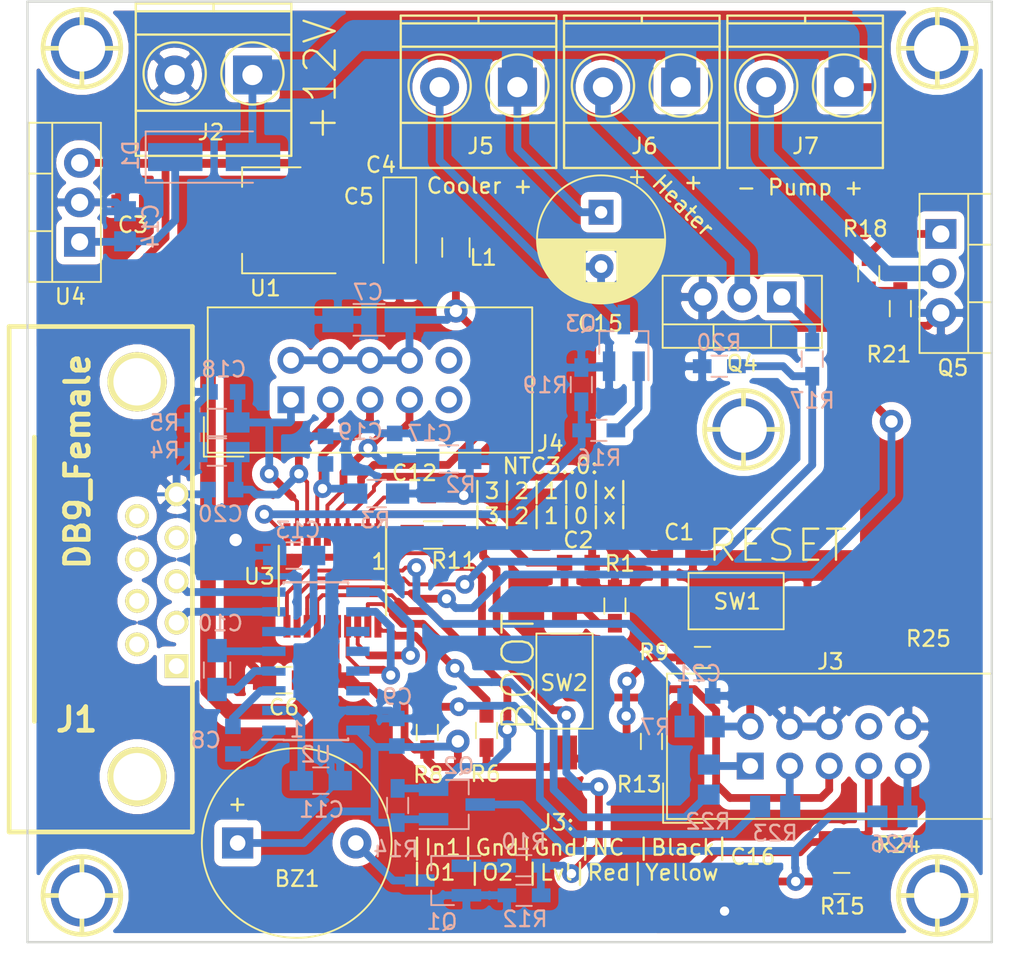
<source format=kicad_pcb>
(kicad_pcb (version 20171130) (host pcbnew "(6.0.0-rc1-dev-1613-ga55d9819b)")
  (layers (0 F.Cu signal) (31 B.Cu signal) (34 B.Paste user) (35 F.Paste user) (36 B.SilkS user) (37 F.SilkS user) (38 B.Mask user) (39 F.Mask user) (44 Edge.Cuts user))
  (net 0 "")
  (net 1 /NRST)
  (net 2 GND)
  (net 3 /BOOT0)
  (net 4 +12V)
  (net 5 +3V3)
  (net 6 "Net-(C8-Pad1)")
  (net 7 "Net-(C8-Pad2)")
  (net 8 "Net-(C10-Pad1)")
  (net 9 "Net-(C10-Pad2)")
  (net 10 "Net-(C11-Pad2)")
  (net 11 /DigIn0)
  (net 12 "Net-(C13-Pad2)")
  (net 13 "Net-(J1-Pad2)")
  (net 14 "Net-(J1-Pad3)")
  (net 15 +3.3VADC)
  (net 16 "Net-(Q1-Pad1)")
  (net 17 /TIM3_Ch4)
  (net 18 "Net-(Q3-Pad1)")
  (net 19 "Net-(Q4-Pad1)")
  (net 20 "Net-(Q5-Pad1)")
  (net 21 /ADC0)
  (net 22 /ADC1)
  (net 23 /ADC2)
  (net 24 /ADC3)
  (net 25 /DigOut1)
  (net 26 /DigIn1)
  (net 27 /DigOut2)
  (net 28 /DigOut0)
  (net 29 /Tim14Ch1)
  (net 30 /TIM16_Ch1)
  (net 31 /TIM17_Ch1)
  (net 32 /USART_Tx)
  (net 33 /USART_Rx)
  (net 34 /W.levl)
  (net 35 /Yellow)
  (net 36 "Net-(J6-Pad2)")
  (net 37 "Net-(J7-Pad2)")
  (net 38 +5V)
  (net 39 "Net-(C14-Pad1)")
  (net 40 "Net-(C15-Pad2)")
  (net 41 "Net-(C16-Pad2)")
  (net 42 /IN)
  (net 43 /Out1)
  (net 44 /Out2)
  (net 45 /Red)
  (net 46 "Net-(BZ1-Pad2)")
  (module modules:hole_3mm (layer F.Cu) (at 88.392 61.5442)
    (fp_text reference hole_3mm hide)
    (fp_text value Val** hide)
    (pad "" thru_hole circle (at 0 0) (size 4 4) (drill 3) (layers *.Cu *.Mask) (clearance 1))
  )
  (module modules:hole_3mm (layer F.Cu) (at 100.8548 91.5272)
    (fp_text reference hole_3mm hide)
    (fp_text value Val** hide)
    (pad "" thru_hole circle (at 0 0) (size 4 4) (drill 3) (layers *.Cu *.Mask) (clearance 1))
  )
  (module modules:hole_3mm (layer F.Cu) (at 45.8548 91.5272)
    (fp_text reference hole_3mm hide)
    (fp_text value Val** hide)
    (pad "" thru_hole circle (at 0 0) (size 4 4) (drill 3) (layers *.Cu *.Mask) (clearance 1))
  )
  (module modules:hole_3mm (layer F.Cu) (at 45.8548 37.0272)
    (fp_text reference hole_3mm hide)
    (fp_text value Val** hide)
    (pad "" thru_hole circle (at 0 0) (size 4 4) (drill 3) (layers *.Cu *.Mask) (clearance 1))
  )
  (module modules:hole_3mm (layer F.Cu) (at 100.8548 37.0272)
    (fp_text reference hole_3mm hide)
    (fp_text value Val** hide)
    (pad "" thru_hole circle (at 0 0) (size 4 4) (drill 3) (layers *.Cu *.Mask) (clearance 1))
  )
  (module Connector_IDC:IDC-Header_2x05_P2.54mm_Vertical (layer F.Cu) (at 88.8238 83.1977 90)
    (fp_text reference J3 (at 6.7183 5.1562 180) (layer F.SilkS))
    (fp_text value DC3-10P)
    (pad 1 thru_hole rect (at 0 0 90) (size 1.7272 1.7272) (drill 1.016) (layers *.Cu *.Mask) (net 43 /Out1))
    (pad 2 thru_hole oval (at 2.54 0 90) (size 1.7272 1.7272) (drill 1.016) (layers *.Cu *.Mask) (net 42 /IN))
    (pad 3 thru_hole oval (at 0 2.54 90) (size 1.7272 1.7272) (drill 1.016) (layers *.Cu *.Mask) (net 44 /Out2))
    (pad 4 thru_hole oval (at 2.54 2.54 90) (size 1.7272 1.7272) (drill 1.016) (layers *.Cu *.Mask) (net 2 GND))
    (pad 5 thru_hole oval (at 0 5.08 90) (size 1.7272 1.7272) (drill 1.016) (layers *.Cu *.Mask) (net 34 /W.levl))
    (pad 6 thru_hole oval (at 2.54 5.08 90) (size 1.7272 1.7272) (drill 1.016) (layers *.Cu *.Mask) (net 2 GND))
    (pad 7 thru_hole oval (at 0 7.62 90) (size 1.7272 1.7272) (drill 1.016) (layers *.Cu *.Mask) (net 45 /Red))
    (pad 8 thru_hole oval (at 2.54 7.62 90) (size 1.7272 1.7272) (drill 1.016) (layers *.Cu *.Mask))
    (pad 9 thru_hole oval (at 0 10.16 90) (size 1.7272 1.7272) (drill 1.016) (layers *.Cu *.Mask) (net 35 /Yellow))
    (pad 10 thru_hole oval (at 2.54 10.16 90) (size 1.7272 1.7272) (drill 1.016) (layers *.Cu *.Mask) (net 2 GND))
  )
  (module Buzzer_Beeper:Buzzer_12x9.5RM7.6 (layer F.Cu) (at 55.8673 88.1507)
    (fp_text reference BZ1 (at 3.8227 2.2987) (layer F.SilkS))
    (fp_text value Buzzer)
    (fp_text user + (at -0.01 -2.54) (layer F.SilkS))
    (pad 1 thru_hole rect (at 0 0) (size 2 2) (drill 1) (layers *.Cu *.Mask) (net 5 +3V3))
    (pad 2 thru_hole circle (at 7.6 0) (size 2 2) (drill 1) (layers *.Cu *.Mask) (net 46 "Net-(BZ1-Pad2)"))
  )
  (module Resistors_SMD.pretty:R_0805_HandSoldering (layer B.Cu) (at 64.8043 65.6717)
    (fp_text reference R3 (at -0.0851 1.7145) (layer B.SilkS) (effects (justify mirror)))
    (fp_text value 1k0.1%)
    (pad 1 smd rect (at -1.35 0) (size 1.5 1.3) (layers B.Cu B.Paste B.Mask) (net 22 /ADC1))
    (pad 2 smd rect (at 1.35 0) (size 1.5 1.3) (layers B.Cu B.Paste B.Mask) (net 2 GND))
  )
  (module TO_SOT_Packages_THT:TO-220-3_Vertical (layer F.Cu) (at 90.8548 53.0272 180)
    (fp_text reference Q4 (at 2.54 -4.27 180) (layer F.SilkS))
    (fp_text value IRL3303)
    (pad 1 thru_hole rect (at 0 0 180) (size 1.905 2) (drill 1.1) (layers *.Cu *.Mask) (net 19 "Net-(Q4-Pad1)"))
    (pad 2 thru_hole oval (at 2.54 0 180) (size 1.905 2) (drill 1.1) (layers *.Cu *.Mask) (net 36 "Net-(J6-Pad2)"))
    (pad 3 thru_hole oval (at 5.08 0 180) (size 1.905 2) (drill 1.1) (layers *.Cu *.Mask) (net 2 GND))
  )
  (module Capacitor_Tantalum_SMD.pretty:CP_Tantalum_Case-A_EIA-3216-18_Hand (layer F.Cu) (at 66.294 49.2379 270)
    (fp_text reference C4 (at -4.7117 1.2192) (layer F.SilkS))
    (fp_text value 47u)
    (pad 1 smd rect (at -2 0 270) (size 3.2 1.5) (layers F.Cu F.Paste F.Mask) (net 5 +3V3))
    (pad 2 smd rect (at 2 0 270) (size 3.2 1.5) (layers F.Cu F.Paste F.Mask) (net 2 GND))
  )
  (module Capacitor_SMD.pretty:C_0805_HandSoldering (layer F.Cu) (at 58.8518 77.6732 180)
    (fp_text reference C6 (at 0 -1.75 180) (layer F.SilkS))
    (fp_text value 1u)
    (pad 1 smd rect (at -1.25 0 180) (size 1.5 1.25) (layers F.Cu F.Paste F.Mask) (net 5 +3V3))
    (pad 2 smd rect (at 1.25 0 180) (size 1.5 1.25) (layers F.Cu F.Paste F.Mask) (net 2 GND))
  )
  (module Capacitor_SMD.pretty:C_0805_HandSoldering (layer B.Cu) (at 54.5465 77.0255 90)
    (fp_text reference C10 (at 3.0099 0.2159 180) (layer B.SilkS) (effects (justify mirror)))
    (fp_text value 0.47)
    (pad 1 smd rect (at -1.25 0 90) (size 1.5 1.25) (layers B.Cu B.Paste B.Mask) (net 8 "Net-(C10-Pad1)"))
    (pad 2 smd rect (at 1.25 0 90) (size 1.5 1.25) (layers B.Cu B.Paste B.Mask) (net 9 "Net-(C10-Pad2)"))
  )
  (module Capacitor_SMD.pretty:C_0805_HandSoldering (layer B.Cu) (at 61.214 84.1375 180)
    (fp_text reference C11 (at -0.0508 -1.8669 180) (layer B.SilkS) (effects (justify mirror)))
    (fp_text value 0.47)
    (pad 1 smd rect (at -1.25 0 180) (size 1.5 1.25) (layers B.Cu B.Paste B.Mask) (net 2 GND))
    (pad 2 smd rect (at 1.25 0 180) (size 1.5 1.25) (layers B.Cu B.Paste B.Mask) (net 10 "Net-(C11-Pad2)"))
  )
  (module Capacitor_SMD.pretty:C_0805_HandSoldering (layer B.Cu) (at 59.4995 69.6595)
    (fp_text reference C13 (at 0.2413 -1.6383) (layer B.SilkS) (effects (justify mirror)))
    (fp_text value 0.47)
    (pad 1 smd rect (at -1.25 0) (size 1.5 1.25) (layers B.Cu B.Paste B.Mask) (net 2 GND))
    (pad 2 smd rect (at 1.25 0) (size 1.5 1.25) (layers B.Cu B.Paste B.Mask) (net 12 "Net-(C13-Pad2)"))
  )
  (module Diode_SMD.pretty:D_SMA_Handsoldering (layer B.Cu) (at 54.3548 44.0272)
    (fp_text reference D1 (at -5.3594 -0.1143 -270) (layer B.SilkS) (effects (justify mirror)))
    (fp_text value SS14)
    (pad 1 smd rect (at -2.5 0) (size 3.5 1.8) (layers B.Cu B.Paste B.Mask) (net 39 "Net-(C14-Pad1)"))
    (pad 2 smd rect (at 2.5 0) (size 3.5 1.8) (layers B.Cu B.Paste B.Mask) (net 4 +12V))
  )
  (module modules:DB9-F (layer F.Cu) (at 50.673 71.3105 90)
    (fp_text reference J1 (at -8.9027 -5.1562 180) (layer F.SilkS) (effects (font (size 1.524 1.524) (thickness 0.3048))))
    (fp_text value DB9_Female (at 7.7 -5.1 90) (layer F.SilkS) (effects (font (size 1.524 1.524) (thickness 0.3048))))
    (pad "" thru_hole circle (at 12.827 -1.27 90) (size 3.81 3.81) (drill 3.048) (layers *.Cu *.Mask F.SilkS))
    (pad "" thru_hole circle (at -12.573 -1.27 90) (size 3.81 3.81) (drill 3.048) (layers *.Cu *.Mask F.SilkS))
    (pad 1 thru_hole rect (at -5.461 1.27 90) (size 1.524 1.524) (drill 1.016) (layers *.Cu *.Mask F.SilkS))
    (pad 2 thru_hole circle (at -2.667 1.27 90) (size 1.524 1.524) (drill 1.016) (layers *.Cu *.Mask F.SilkS) (net 13 "Net-(J1-Pad2)"))
    (pad 3 thru_hole circle (at 0 1.27 90) (size 1.524 1.524) (drill 1.016) (layers *.Cu *.Mask F.SilkS) (net 14 "Net-(J1-Pad3)"))
    (pad 4 thru_hole circle (at 2.794 1.27 90) (size 1.524 1.524) (drill 1.016) (layers *.Cu *.Mask F.SilkS))
    (pad 5 thru_hole circle (at 5.588 1.27 90) (size 1.524 1.524) (drill 1.016) (layers *.Cu *.Mask F.SilkS) (net 2 GND))
    (pad 6 thru_hole circle (at -4.064 -1.27 90) (size 1.524 1.524) (drill 1.016) (layers *.Cu *.Mask F.SilkS))
    (pad 7 thru_hole circle (at -1.27 -1.27 90) (size 1.524 1.524) (drill 1.016) (layers *.Cu *.Mask F.SilkS))
    (pad 8 thru_hole circle (at 1.397 -1.27 90) (size 1.524 1.524) (drill 1.016) (layers *.Cu *.Mask F.SilkS))
    (pad 9 thru_hole circle (at 4.191 -1.27 90) (size 1.524 1.524) (drill 1.016) (layers *.Cu *.Mask F.SilkS))
  )
  (module Connectors_Terminal_Blocks:TerminalBlock_Pheonix_MKDS1.5-2pol (layer F.Cu) (at 56.8198 38.7477 180)
    (fp_text reference J2 (at 2.667 -3.683) (layer F.SilkS))
    (fp_text value 12VIN)
    (pad 1 thru_hole rect (at 0 0 180) (size 2.5 2.5) (drill 1.3) (layers *.Cu *.Mask) (net 4 +12V))
    (pad 2 thru_hole circle (at 5 0 180) (size 2.5 2.5) (drill 1.3) (layers *.Cu *.Mask) (net 2 GND))
  )
  (module Resistors_SMD.pretty:R_0805_HandSoldering (layer F.Cu) (at 69.9008 49.8437 270)
    (fp_text reference L1 (at 0.6515 -1.7526) (layer F.SilkS))
    (fp_text value "BMBA 0.1mH")
    (pad 1 smd rect (at -1.35 0 270) (size 1.5 1.3) (layers F.Cu F.Paste F.Mask) (net 5 +3V3))
    (pad 2 smd rect (at 1.35 0 270) (size 1.5 1.3) (layers F.Cu F.Paste F.Mask) (net 15 +3.3VADC))
  )
  (module TO_SOT_Packages_SMD:SOT-23_Handsoldering (layer B.Cu) (at 69.0753 90.5637 180)
    (fp_text reference Q1 (at 0.0762 -2.6543 180) (layer B.SilkS) (effects (justify mirror)))
    (fp_text value SI2300)
    (pad 1 smd rect (at -1.5 0.95 180) (size 1.9 0.8) (layers B.Cu B.Paste B.Mask) (net 16 "Net-(Q1-Pad1)"))
    (pad 2 smd rect (at -1.5 -0.95 180) (size 1.9 0.8) (layers B.Cu B.Paste B.Mask) (net 2 GND))
    (pad 3 smd rect (at 1.5 0 180) (size 1.9 0.8) (layers B.Cu B.Paste B.Mask) (net 46 "Net-(BZ1-Pad2)"))
  )
  (module TO_SOT_Packages_SMD:SOT-23_Handsoldering (layer B.Cu) (at 69.9643 85.6742)
    (fp_text reference Q2 (at 0.1143 -2.4892) (layer B.SilkS) (effects (justify mirror)))
    (fp_text value SI2300)
    (pad 1 smd rect (at -1.5 0.95) (size 1.9 0.8) (layers B.Cu B.Paste B.Mask) (net 5 +3V3))
    (pad 2 smd rect (at -1.5 -0.95) (size 1.9 0.8) (layers B.Cu B.Paste B.Mask) (net 17 /TIM3_Ch4))
    (pad 3 smd rect (at 1.5 0) (size 1.9 0.8) (layers B.Cu B.Paste B.Mask) (net 41 "Net-(C16-Pad2)"))
  )
  (module TO_SOT_Packages_SMD:SOT-23_Handsoldering (layer B.Cu) (at 80.6983 55.9802 90)
    (fp_text reference Q3 (at 1.2432 -2.7711 180) (layer B.SilkS) (effects (justify mirror)))
    (fp_text value SI2300)
    (pad 1 smd rect (at -1.5 0.95 90) (size 1.9 0.8) (layers B.Cu B.Paste B.Mask) (net 18 "Net-(Q3-Pad1)"))
    (pad 2 smd rect (at -1.5 -0.95 90) (size 1.9 0.8) (layers B.Cu B.Paste B.Mask) (net 2 GND))
    (pad 3 smd rect (at 1.5 0 90) (size 1.9 0.8) (layers B.Cu B.Paste B.Mask) (net 40 "Net-(C15-Pad2)"))
  )
  (module Resistors_SMD.pretty:R_0603_HandSoldering (layer F.Cu) (at 80.1243 72.9107 90)
    (fp_text reference R1 (at 2.7305 0.3175 180) (layer F.SilkS))
    (fp_text value 10k)
    (pad 1 smd rect (at -1.1 0 90) (size 1.2 0.9) (layers F.Cu F.Paste F.Mask) (net 3 /BOOT0))
    (pad 2 smd rect (at 1.1 0 90) (size 1.2 0.9) (layers F.Cu F.Paste F.Mask) (net 2 GND))
  )
  (module Resistors_SMD.pretty:R_0805_HandSoldering (layer B.Cu) (at 69.4398 63.4492)
    (fp_text reference R2 (at 0.7658 1.651) (layer B.SilkS) (effects (justify mirror)))
    (fp_text value 1k0.1%)
    (pad 1 smd rect (at -1.35 0) (size 1.5 1.3) (layers B.Cu B.Paste B.Mask) (net 21 /ADC0))
    (pad 2 smd rect (at 1.35 0) (size 1.5 1.3) (layers B.Cu B.Paste B.Mask) (net 2 GND))
  )
  (module Resistors_SMD.pretty:R_0805_HandSoldering (layer B.Cu) (at 54.5338 63.0047 180)
    (fp_text reference R4 (at 3.3528 0.1143 180) (layer B.SilkS) (effects (justify mirror)))
    (fp_text value 1k0.1%)
    (pad 1 smd rect (at -1.35 0 180) (size 1.5 1.3) (layers B.Cu B.Paste B.Mask) (net 23 /ADC2))
    (pad 2 smd rect (at 1.35 0 180) (size 1.5 1.3) (layers B.Cu B.Paste B.Mask) (net 2 GND))
  )
  (module Resistors_SMD.pretty:R_0805_HandSoldering (layer B.Cu) (at 54.5338 61.0997 180)
    (fp_text reference R5 (at 3.3782 -0.0127 180) (layer B.SilkS) (effects (justify mirror)))
    (fp_text value 1k0.1%)
    (pad 1 smd rect (at -1.35 0 180) (size 1.5 1.3) (layers B.Cu B.Paste B.Mask) (net 24 /ADC3))
    (pad 2 smd rect (at 1.35 0 180) (size 1.5 1.3) (layers B.Cu B.Paste B.Mask) (net 2 GND))
  )
  (module Resistors_SMD.pretty:R_0603_HandSoldering (layer F.Cu) (at 71.8693 80.9117 90)
    (fp_text reference R6 (at -2.794 -0.0635 180) (layer F.SilkS))
    (fp_text value 10k)
    (pad 1 smd rect (at -1.1 0 90) (size 1.2 0.9) (layers F.Cu F.Paste F.Mask) (net 5 +3V3))
    (pad 2 smd rect (at 1.1 0 90) (size 1.2 0.9) (layers F.Cu F.Paste F.Mask) (net 25 /DigOut1))
  )
  (module Resistors_SMD.pretty:R_0603_HandSoldering (layer F.Cu) (at 68.0593 81.0387 90)
    (fp_text reference R8 (at -2.7305 0.0635 180) (layer F.SilkS))
    (fp_text value 10k)
    (pad 1 smd rect (at -1.1 0 90) (size 1.2 0.9) (layers F.Cu F.Paste F.Mask) (net 5 +3V3))
    (pad 2 smd rect (at 1.1 0 90) (size 1.2 0.9) (layers F.Cu F.Paste F.Mask) (net 27 /DigOut2))
  )
  (module Resistors_SMD.pretty:R_0603_HandSoldering (layer F.Cu) (at 85.7553 76.2127)
    (fp_text reference R9 (at -3.1037 -0.3429) (layer F.SilkS))
    (fp_text value 10k)
    (pad 1 smd rect (at -1.1 0) (size 1.2 0.9) (layers F.Cu F.Paste F.Mask) (net 5 +3V3))
    (pad 2 smd rect (at 1.1 0) (size 1.2 0.9) (layers F.Cu F.Paste F.Mask) (net 42 /IN))
  )
  (module Resistors_SMD.pretty:R_0603_HandSoldering (layer B.Cu) (at 74.2618 89.6112)
    (fp_text reference R10 (at 0 -1.5367) (layer B.SilkS) (effects (justify mirror)))
    (fp_text value 510)
    (pad 1 smd rect (at -1.1 0) (size 1.2 0.9) (layers B.Cu B.Paste B.Mask) (net 16 "Net-(Q1-Pad1)"))
    (pad 2 smd rect (at 1.1 0) (size 1.2 0.9) (layers B.Cu B.Paste B.Mask) (net 28 /DigOut0))
  )
  (module Resistors_SMD.pretty:R_0805_HandSoldering (layer F.Cu) (at 68.4403 68.3387 180)
    (fp_text reference R11 (at -1.3335 -1.651 180) (layer F.SilkS))
    (fp_text value 220)
    (pad 1 smd rect (at -1.35 0 180) (size 1.5 1.3) (layers F.Cu F.Paste F.Mask) (net 34 /W.levl))
    (pad 2 smd rect (at 1.35 0 180) (size 1.5 1.3) (layers F.Cu F.Paste F.Mask) (net 11 /DigIn0))
  )
  (module Resistors_SMD.pretty:R_0603_HandSoldering (layer B.Cu) (at 74.2823 91.5162)
    (fp_text reference R12 (at 0.0635 1.524 -180) (layer B.SilkS) (effects (justify mirror)))
    (fp_text value 10k)
    (pad 1 smd rect (at -1.1 0) (size 1.2 0.9) (layers B.Cu B.Paste B.Mask) (net 2 GND))
    (pad 2 smd rect (at 1.1 0) (size 1.2 0.9) (layers B.Cu B.Paste B.Mask) (net 28 /DigOut0))
  )
  (module Resistors_SMD.pretty:R_0603_HandSoldering (layer F.Cu) (at 82.4738 81.618 90)
    (fp_text reference R13 (at -2.7608 -0.7874 -180) (layer F.SilkS))
    (fp_text value 10k)
    (pad 1 smd rect (at -1.1 0 90) (size 1.2 0.9) (layers F.Cu F.Paste F.Mask) (net 5 +3V3))
    (pad 2 smd rect (at 1.1 0 90) (size 1.2 0.9) (layers F.Cu F.Paste F.Mask) (net 34 /W.levl))
  )
  (module Resistors_SMD.pretty:R_0603_HandSoldering (layer B.Cu) (at 66.1543 85.7377 270)
    (fp_text reference R14 (at 2.8067 0.1143) (layer B.SilkS) (effects (justify mirror)))
    (fp_text value 10k)
    (pad 1 smd rect (at -1.1 0 270) (size 1.2 0.9) (layers B.Cu B.Paste B.Mask) (net 17 /TIM3_Ch4))
    (pad 2 smd rect (at 1.1 0 270) (size 1.2 0.9) (layers B.Cu B.Paste B.Mask) (net 5 +3V3))
  )
  (module Resistors_SMD.pretty:R_0603_HandSoldering (layer F.Cu) (at 94.7088 90.7542 180)
    (fp_text reference R15 (at -0.0332 -1.4732 180) (layer F.SilkS))
    (fp_text value 10k)
    (pad 1 smd rect (at -1.1 0 180) (size 1.2 0.9) (layers F.Cu F.Paste F.Mask) (net 45 /Red))
    (pad 2 smd rect (at 1.1 0 180) (size 1.2 0.9) (layers F.Cu F.Paste F.Mask) (net 41 "Net-(C16-Pad2)"))
  )
  (module Resistors_SMD.pretty:R_0603_HandSoldering (layer B.Cu) (at 79.0878 61.6077 180)
    (fp_text reference R16 (at -0.0078 -1.7653) (layer B.SilkS) (effects (justify mirror)))
    (fp_text value 510)
    (pad 1 smd rect (at -1.1 0 180) (size 1.2 0.9) (layers B.Cu B.Paste B.Mask) (net 18 "Net-(Q3-Pad1)"))
    (pad 2 smd rect (at 1.1 0 180) (size 1.2 0.9) (layers B.Cu B.Paste B.Mask) (net 29 /Tim14Ch1))
  )
  (module Resistors_SMD.pretty:R_0603_HandSoldering (layer B.Cu) (at 92.8116 57.023 270)
    (fp_text reference R17 (at 2.667 0) (layer B.SilkS) (effects (justify mirror)))
    (fp_text value 510)
    (pad 1 smd rect (at -1.1 0 270) (size 1.2 0.9) (layers B.Cu B.Paste B.Mask) (net 19 "Net-(Q4-Pad1)"))
    (pad 2 smd rect (at 1.1 0 270) (size 1.2 0.9) (layers B.Cu B.Paste B.Mask) (net 30 /TIM16_Ch1))
  )
  (module Resistors_SMD.pretty:R_0603_HandSoldering (layer F.Cu) (at 96.4438 51.5317 270)
    (fp_text reference R18 (at -2.8907 0.2286 180) (layer F.SilkS))
    (fp_text value 510)
    (pad 1 smd rect (at -1.1 0 270) (size 1.2 0.9) (layers F.Cu F.Paste F.Mask) (net 20 "Net-(Q5-Pad1)"))
    (pad 2 smd rect (at 1.1 0 270) (size 1.2 0.9) (layers F.Cu F.Paste F.Mask) (net 31 /TIM17_Ch1))
  )
  (module Resistors_SMD.pretty:R_0603_HandSoldering (layer B.Cu) (at 77.9653 58.6662 270)
    (fp_text reference R19 (at 0.0332 2.3241) (layer B.SilkS) (effects (justify mirror)))
    (fp_text value 10k)
    (pad 1 smd rect (at -1.1 0 270) (size 1.2 0.9) (layers B.Cu B.Paste B.Mask) (net 2 GND))
    (pad 2 smd rect (at 1.1 0 270) (size 1.2 0.9) (layers B.Cu B.Paste B.Mask) (net 29 /Tim14Ch1))
  )
  (module Resistors_SMD.pretty:R_0603_HandSoldering (layer B.Cu) (at 86.8348 57.4802)
    (fp_text reference R20 (at -0.0176 -1.524) (layer B.SilkS) (effects (justify mirror)))
    (fp_text value 10k)
    (pad 1 smd rect (at -1.1 0) (size 1.2 0.9) (layers B.Cu B.Paste B.Mask) (net 2 GND))
    (pad 2 smd rect (at 1.1 0) (size 1.2 0.9) (layers B.Cu B.Paste B.Mask) (net 30 /TIM16_Ch1))
  )
  (module Resistors_SMD.pretty:R_0603_HandSoldering (layer F.Cu) (at 98.4758 53.7767 90)
    (fp_text reference R21 (at -2.9415 -0.7366 180) (layer F.SilkS))
    (fp_text value 10k)
    (pad 1 smd rect (at -1.1 0 90) (size 1.2 0.9) (layers F.Cu F.Paste F.Mask) (net 2 GND))
    (pad 2 smd rect (at 1.1 0 90) (size 1.2 0.9) (layers F.Cu F.Paste F.Mask) (net 31 /TIM17_Ch1))
  )
  (module Buttons_Switches_SMD:SW_SPST_FSMSM (layer F.Cu) (at 87.9168 72.5932)
    (fp_text reference SW1 (at 0.0688 0.0254) (layer F.SilkS))
    (fp_text value Reset)
    (pad 1 smd rect (at -4.59 0) (size 2.18 1.6) (layers F.Cu F.Paste F.Mask) (net 1 /NRST))
    (pad 2 smd rect (at 4.59 0) (size 2.18 1.6) (layers F.Cu F.Paste F.Mask) (net 2 GND))
  )
  (module Buttons_Switches_SMD:SW_SPST_FSMSM (layer F.Cu) (at 76.8858 77.7367 270)
    (fp_text reference SW2 (at 0.1143 0.0254) (layer F.SilkS))
    (fp_text value Boot)
    (pad 1 smd rect (at -4.59 0 270) (size 2.18 1.6) (layers F.Cu F.Paste F.Mask) (net 3 /BOOT0))
    (pad 2 smd rect (at 4.59 0 270) (size 2.18 1.6) (layers F.Cu F.Paste F.Mask) (net 5 +3V3))
  )
  (module TO_SOT_Packages_SMD:SOT-223 (layer F.Cu) (at 58.0644 48.0949 180)
    (fp_text reference U1 (at 0.4191 -4.3688 180) (layer F.SilkS))
    (fp_text value LM1117-3.3)
    (pad 4 smd rect (at 3.15 0 180) (size 2 3.8) (layers F.Cu F.Paste F.Mask))
    (pad 2 smd rect (at -3.15 0 180) (size 2 1.5) (layers F.Cu F.Paste F.Mask) (net 5 +3V3))
    (pad 3 smd rect (at -3.15 2.3 180) (size 2 1.5) (layers F.Cu F.Paste F.Mask) (net 38 +5V))
    (pad 1 smd rect (at -3.15 -2.3 180) (size 2 1.5) (layers F.Cu F.Paste F.Mask) (net 2 GND))
  )
  (module Housings_SOIC:SOIC-16_3.9x9.9mm_Pitch1.27mm (layer B.Cu) (at 60.8965 76.454)
    (fp_text reference U2 (at 0 6) (layer B.SilkS) (effects (justify mirror)))
    (fp_text value MAX3232)
    (pad 1 smd rect (at -2.7 4.445) (size 1.5 0.6) (layers B.Cu B.Paste B.Mask) (net 7 "Net-(C8-Pad2)"))
    (pad 2 smd rect (at -2.7 3.175) (size 1.5 0.6) (layers B.Cu B.Paste B.Mask) (net 10 "Net-(C11-Pad2)"))
    (pad 3 smd rect (at -2.7 1.905) (size 1.5 0.6) (layers B.Cu B.Paste B.Mask) (net 6 "Net-(C8-Pad1)"))
    (pad 4 smd rect (at -2.7 0.635) (size 1.5 0.6) (layers B.Cu B.Paste B.Mask) (net 8 "Net-(C10-Pad1)"))
    (pad 5 smd rect (at -2.7 -0.635) (size 1.5 0.6) (layers B.Cu B.Paste B.Mask) (net 9 "Net-(C10-Pad2)"))
    (pad 6 smd rect (at -2.7 -1.905) (size 1.5 0.6) (layers B.Cu B.Paste B.Mask) (net 12 "Net-(C13-Pad2)"))
    (pad 7 smd rect (at -2.7 -3.175) (size 1.5 0.6) (layers B.Cu B.Paste B.Mask) (net 13 "Net-(J1-Pad2)"))
    (pad 8 smd rect (at -2.7 -4.445) (size 1.5 0.6) (layers B.Cu B.Paste B.Mask) (net 14 "Net-(J1-Pad3)"))
    (pad 9 smd rect (at 2.7 -4.445) (size 1.5 0.6) (layers B.Cu B.Paste B.Mask) (net 33 /USART_Rx))
    (pad 10 smd rect (at 2.7 -3.175) (size 1.5 0.6) (layers B.Cu B.Paste B.Mask) (net 32 /USART_Tx))
    (pad 11 smd rect (at 2.7 -1.905) (size 1.5 0.6) (layers B.Cu B.Paste B.Mask))
    (pad 12 smd rect (at 2.7 -0.635) (size 1.5 0.6) (layers B.Cu B.Paste B.Mask))
    (pad 13 smd rect (at 2.7 0.635) (size 1.5 0.6) (layers B.Cu B.Paste B.Mask))
    (pad 14 smd rect (at 2.7 1.905) (size 1.5 0.6) (layers B.Cu B.Paste B.Mask))
    (pad 15 smd rect (at 2.7 3.175) (size 1.5 0.6) (layers B.Cu B.Paste B.Mask) (net 2 GND))
    (pad 16 smd rect (at 2.7 4.445) (size 1.5 0.6) (layers B.Cu B.Paste B.Mask) (net 5 +3V3))
  )
  (module Housings_SSOP:TSSOP-20_4.4x6.5mm_Pitch0.65mm (layer F.Cu) (at 61.9633 71.2597 270)
    (fp_text reference U3 (at -0.254 4.699) (layer F.SilkS))
    (fp_text value STM32F030F4Px)
    (pad 1 smd rect (at -2.95 -2.925 270) (size 1.45 0.45) (layers F.Cu F.Paste F.Mask) (net 3 /BOOT0))
    (pad 2 smd rect (at -2.95 -2.275 270) (size 1.45 0.45) (layers F.Cu F.Paste F.Mask) (net 11 /DigIn0))
    (pad 3 smd rect (at -2.95 -1.625 270) (size 1.45 0.45) (layers F.Cu F.Paste F.Mask) (net 28 /DigOut0))
    (pad 4 smd rect (at -2.95 -0.975 270) (size 1.45 0.45) (layers F.Cu F.Paste F.Mask) (net 1 /NRST))
    (pad 5 smd rect (at -2.95 -0.325 270) (size 1.45 0.45) (layers F.Cu F.Paste F.Mask) (net 15 +3.3VADC))
    (pad 6 smd rect (at -2.95 0.325 270) (size 1.45 0.45) (layers F.Cu F.Paste F.Mask) (net 21 /ADC0))
    (pad 7 smd rect (at -2.95 0.975 270) (size 1.45 0.45) (layers F.Cu F.Paste F.Mask) (net 22 /ADC1))
    (pad 8 smd rect (at -2.95 1.625 270) (size 1.45 0.45) (layers F.Cu F.Paste F.Mask) (net 23 /ADC2))
    (pad 9 smd rect (at -2.95 2.275 270) (size 1.45 0.45) (layers F.Cu F.Paste F.Mask) (net 24 /ADC3))
    (pad 10 smd rect (at -2.95 2.925 270) (size 1.45 0.45) (layers F.Cu F.Paste F.Mask) (net 29 /Tim14Ch1))
    (pad 11 smd rect (at 2.95 2.925 270) (size 1.45 0.45) (layers F.Cu F.Paste F.Mask) (net 26 /DigIn1))
    (pad 12 smd rect (at 2.95 2.275 270) (size 1.45 0.45) (layers F.Cu F.Paste F.Mask) (net 30 /TIM16_Ch1))
    (pad 13 smd rect (at 2.95 1.625 270) (size 1.45 0.45) (layers F.Cu F.Paste F.Mask) (net 31 /TIM17_Ch1))
    (pad 14 smd rect (at 2.95 0.975 270) (size 1.45 0.45) (layers F.Cu F.Paste F.Mask) (net 17 /TIM3_Ch4))
    (pad 15 smd rect (at 2.95 0.325 270) (size 1.45 0.45) (layers F.Cu F.Paste F.Mask) (net 2 GND))
    (pad 16 smd rect (at 2.95 -0.325 270) (size 1.45 0.45) (layers F.Cu F.Paste F.Mask) (net 5 +3V3))
    (pad 17 smd rect (at 2.95 -0.975 270) (size 1.45 0.45) (layers F.Cu F.Paste F.Mask) (net 32 /USART_Tx))
    (pad 18 smd rect (at 2.95 -1.625 270) (size 1.45 0.45) (layers F.Cu F.Paste F.Mask) (net 33 /USART_Rx))
    (pad 19 smd rect (at 2.95 -2.275 270) (size 1.45 0.45) (layers F.Cu F.Paste F.Mask) (net 25 /DigOut1))
    (pad 20 smd rect (at 2.95 -2.925 270) (size 1.45 0.45) (layers F.Cu F.Paste F.Mask) (net 27 /DigOut2))
  )
  (module Connectors_Terminal_Blocks:TerminalBlock_Pheonix_MKDS1.5-2pol (layer F.Cu) (at 73.8548 39.5272 180)
    (fp_text reference J5 (at 2.3665 -3.7925 180) (layer F.SilkS))
    (fp_text value Cooler)
    (pad 1 thru_hole rect (at 0 0 180) (size 2.5 2.5) (drill 1.3) (layers *.Cu *.Mask) (net 4 +12V))
    (pad 2 thru_hole circle (at 5 0 180) (size 2.5 2.5) (drill 1.3) (layers *.Cu *.Mask) (net 40 "Net-(C15-Pad2)"))
  )
  (module Connectors_Terminal_Blocks:TerminalBlock_Pheonix_MKDS1.5-2pol (layer F.Cu) (at 84.3548 39.5272 180)
    (fp_text reference J6 (at 2.3255 -3.7925 180) (layer F.SilkS))
    (fp_text value Heater)
    (pad 1 thru_hole rect (at 0 0 180) (size 2.5 2.5) (drill 1.3) (layers *.Cu *.Mask) (net 4 +12V))
    (pad 2 thru_hole circle (at 5 0 180) (size 2.5 2.5) (drill 1.3) (layers *.Cu *.Mask) (net 36 "Net-(J6-Pad2)"))
  )
  (module Connectors_Terminal_Blocks:TerminalBlock_Pheonix_MKDS1.5-2pol (layer F.Cu) (at 94.8548 39.5272 180)
    (fp_text reference J7 (at 2.475 -3.7925 180) (layer F.SilkS))
    (fp_text value Pump)
    (pad 1 thru_hole rect (at 0 0 180) (size 2.5 2.5) (drill 1.3) (layers *.Cu *.Mask) (net 4 +12V))
    (pad 2 thru_hole circle (at 5 0 180) (size 2.5 2.5) (drill 1.3) (layers *.Cu *.Mask) (net 37 "Net-(J7-Pad2)"))
  )
  (module Capacitor_SMD.pretty:C_1206_HandSoldering (layer B.Cu) (at 64.3128 54.4957)
    (fp_text reference C7 (at -0.0635 -1.778) (layer B.SilkS) (effects (justify mirror)))
    (fp_text value 10u)
    (pad 1 smd rect (at -2 0) (size 2 1.6) (layers B.Cu B.Paste B.Mask) (net 2 GND))
    (pad 2 smd rect (at 2 0) (size 2 1.6) (layers B.Cu B.Paste B.Mask) (net 15 +3.3VADC))
  )
  (module Capacitor_SMD:C_0805_2012Metric_Pad1.29x1.40mm_HandSolder (layer B.Cu) (at 48.6283 48.4782 90)
    (fp_text reference C14 (at 0 1.65 90) (layer B.SilkS) (effects (justify mirror)))
    (fp_text value 1u)
    (pad 1 smd rect (at -0.9675 0 90) (size 1.295 1.4) (layers B.Cu B.Paste B.Mask) (net 39 "Net-(C14-Pad1)"))
    (pad 2 smd rect (at 0.9675 0 90) (size 1.295 1.4) (layers B.Cu B.Paste B.Mask) (net 2 GND))
  )
  (module Capacitor_THT:CP_Radial_D8.0mm_P3.50mm (layer F.Cu) (at 79.2353 47.5742 270)
    (fp_text reference C15 (at 7.1628 0.0381) (layer F.SilkS))
    (fp_text value 100u)
    (pad 1 thru_hole rect (at 0 0 270) (size 1.6 1.6) (drill 0.8) (layers *.Cu *.Mask) (net 4 +12V))
    (pad 2 thru_hole circle (at 3.5 0 270) (size 1.6 1.6) (drill 0.8) (layers *.Cu *.Mask) (net 40 "Net-(C15-Pad2)"))
  )
  (module Capacitor_SMD:C_0805_2012Metric_Pad1.29x1.40mm_HandSolder (layer F.Cu) (at 88.9993 90.6907)
    (fp_text reference C16 (at 0 -1.65) (layer F.SilkS))
    (fp_text value 1u)
    (pad 2 smd rect (at 0.9675 0) (size 1.295 1.4) (layers F.Cu F.Paste F.Mask) (net 41 "Net-(C16-Pad2)"))
    (pad 1 smd rect (at -0.9675 0) (size 1.295 1.4) (layers F.Cu F.Paste F.Mask) (net 2 GND))
  )
  (module Capacitor_SMD:C_0603_1608Metric_Pad0.99x1.00mm_HandSolder (layer B.Cu) (at 65.9638 62.6887 270)
    (fp_text reference C17 (at -0.8905 -2.2606) (layer B.SilkS) (effects (justify mirror)))
    (fp_text value 0.1)
    (pad 2 smd rect (at 0.8875 0 270) (size 0.995 1) (layers B.Cu B.Paste B.Mask) (net 21 /ADC0))
    (pad 1 smd rect (at -0.8875 0 270) (size 0.995 1) (layers B.Cu B.Paste B.Mask) (net 2 GND))
  )
  (module Capacitor_SMD:C_0603_1608Metric_Pad0.99x1.00mm_HandSolder (layer B.Cu) (at 54.9798 59.1312 180)
    (fp_text reference C18 (at 0 1.45 180) (layer B.SilkS) (effects (justify mirror)))
    (fp_text value 0.1)
    (pad 1 smd rect (at -0.8875 0 180) (size 0.995 1) (layers B.Cu B.Paste B.Mask) (net 24 /ADC3))
    (pad 2 smd rect (at 0.8875 0 180) (size 0.995 1) (layers B.Cu B.Paste B.Mask) (net 2 GND))
  )
  (module Capacitor_SMD:C_0603_1608Metric_Pad0.99x1.00mm_HandSolder (layer B.Cu) (at 61.5188 62.8792 270)
    (fp_text reference C19 (at -1.1826 -2.2352) (layer B.SilkS) (effects (justify mirror)))
    (fp_text value 0.1)
    (pad 1 smd rect (at -0.8875 0 270) (size 0.995 1) (layers B.Cu B.Paste B.Mask) (net 2 GND))
    (pad 2 smd rect (at 0.8875 0 270) (size 0.995 1) (layers B.Cu B.Paste B.Mask) (net 22 /ADC1))
  )
  (module Capacitor_SMD:C_0603_1608Metric_Pad0.99x1.00mm_HandSolder (layer B.Cu) (at 54.8498 65.4177 180)
    (fp_text reference C20 (at 0.0874 -1.5621 180) (layer B.SilkS) (effects (justify mirror)))
    (fp_text value 0.1)
    (pad 1 smd rect (at -0.8875 0 180) (size 0.995 1) (layers B.Cu B.Paste B.Mask) (net 23 /ADC2))
    (pad 2 smd rect (at 0.8875 0 180) (size 0.995 1) (layers B.Cu B.Paste B.Mask) (net 2 GND))
  )
  (module Capacitor_SMD:C_0603_1608Metric_Pad0.99x1.00mm_HandSolder (layer B.Cu) (at 85.5203 78.6892 180)
    (fp_text reference C21 (at 0 1.45 180) (layer B.SilkS) (effects (justify mirror)))
    (fp_text value 0.1)
    (pad 2 smd rect (at 0.8875 0 180) (size 0.995 1) (layers B.Cu B.Paste B.Mask) (net 26 /DigIn1))
    (pad 1 smd rect (at -0.8875 0 180) (size 0.995 1) (layers B.Cu B.Paste B.Mask) (net 2 GND))
  )
  (module Resistor_SMD:R_0805_2012Metric_Pad1.29x1.40mm_HandSolder (layer B.Cu) (at 86.1568 84.0717 270)
    (fp_text reference R22 (at 2.6947 0.0508) (layer B.SilkS) (effects (justify mirror)))
    (fp_text value 220)
    (pad 1 smd rect (at -0.9675 0 270) (size 1.295 1.4) (layers B.Cu B.Paste B.Mask) (net 43 /Out1))
    (pad 2 smd rect (at 0.9675 0 270) (size 1.295 1.4) (layers B.Cu B.Paste B.Mask) (net 25 /DigOut1))
  )
  (module Resistor_SMD:R_0805_2012Metric_Pad1.29x1.40mm_HandSolder (layer B.Cu) (at 90.4263 85.8012 180)
    (fp_text reference R23 (at 0 -1.7272 180) (layer B.SilkS) (effects (justify mirror)))
    (fp_text value 220)
    (pad 2 smd rect (at 0.9675 0 180) (size 1.295 1.4) (layers B.Cu B.Paste B.Mask) (net 27 /DigOut2))
    (pad 1 smd rect (at -0.9675 0 180) (size 1.295 1.4) (layers B.Cu B.Paste B.Mask) (net 44 /Out2))
  )
  (module Resistor_SMD:R_0805_2012Metric_Pad1.29x1.40mm_HandSolder (layer F.Cu) (at 94.8413 88.0872 180)
    (fp_text reference R24 (at -3.5075 -0.1778 180) (layer F.SilkS))
    (fp_text value 0)
    (pad 1 smd rect (at -0.9675 0 180) (size 1.295 1.4) (layers F.Cu F.Paste F.Mask) (net 45 /Red))
    (pad 2 smd rect (at 0.9675 0 180) (size 1.295 1.4) (layers F.Cu F.Paste F.Mask) (net 38 +5V))
  )
  (module Resistor_SMD:R_0805_2012Metric_Pad1.29x1.40mm_HandSolder (layer F.Cu) (at 102.7303 74.8642 90)
    (fp_text reference R25 (at -0.142 -2.4511 180) (layer F.SilkS))
    (fp_text value 0)
    (pad 2 smd rect (at 0.9675 0 90) (size 1.295 1.4) (layers F.Cu F.Paste F.Mask) (net 4 +12V))
    (pad 1 smd rect (at -0.9675 0 90) (size 1.295 1.4) (layers F.Cu F.Paste F.Mask) (net 45 /Red))
  )
  (module Resistor_SMD:R_0805_2012Metric_Pad1.29x1.40mm_HandSolder (layer B.Cu) (at 97.9678 86.4362 180)
    (fp_text reference R26 (at -0.0254 -1.778 180) (layer B.SilkS) (effects (justify mirror)))
    (fp_text value 220)
    (pad 1 smd rect (at -0.9675 0 180) (size 1.295 1.4) (layers B.Cu B.Paste B.Mask) (net 35 /Yellow))
    (pad 2 smd rect (at 0.9675 0 180) (size 1.295 1.4) (layers B.Cu B.Paste B.Mask) (net 41 "Net-(C16-Pad2)"))
  )
  (module TO_SOT_Packages_THT:TO-220-3_Vertical (layer F.Cu) (at 45.7073 49.4792 90)
    (fp_text reference U4 (at -3.5306 -0.5969 180) (layer F.SilkS))
    (fp_text value L7805)
    (pad 1 thru_hole rect (at 0 0 90) (size 1.905 2) (drill 1.1) (layers *.Cu *.Mask) (net 39 "Net-(C14-Pad1)"))
    (pad 2 thru_hole oval (at 2.54 0 90) (size 1.905 2) (drill 1.1) (layers *.Cu *.Mask) (net 2 GND))
    (pad 3 thru_hole oval (at 5.08 0 90) (size 1.905 2) (drill 1.1) (layers *.Cu *.Mask) (net 38 +5V))
  )
  (module Capacitor_SMD:C_0603_1608Metric_Pad0.99x1.00mm_HandSolder (layer F.Cu) (at 84.2533 69.6087)
    (fp_text reference C1 (at 0 -1.45) (layer F.SilkS))
    (fp_text value 0.1)
    (pad 1 smd rect (at -0.8875 0) (size 0.995 1) (layers F.Cu F.Paste F.Mask) (net 1 /NRST))
    (pad 2 smd rect (at 0.8875 0) (size 0.995 1) (layers F.Cu F.Paste F.Mask) (net 2 GND))
  )
  (module Capacitor_SMD:C_0603_1608Metric_Pad0.99x1.00mm_HandSolder (layer F.Cu) (at 77.7748 70.1167)
    (fp_text reference C2 (at 0 -1.45) (layer F.SilkS))
    (fp_text value 0.1)
    (pad 1 smd rect (at -0.8875 0) (size 0.995 1) (layers F.Cu F.Paste F.Mask) (net 3 /BOOT0))
    (pad 2 smd rect (at 0.8875 0) (size 0.995 1) (layers F.Cu F.Paste F.Mask) (net 2 GND))
  )
  (module Capacitor_SMD:C_0603_1608Metric_Pad0.99x1.00mm_HandSolder (layer F.Cu) (at 49.1348 46.9392 180)
    (fp_text reference C3 (at 0 -1.45 180) (layer F.SilkS))
    (fp_text value 0.1)
    (pad 2 smd rect (at 0.8875 0 180) (size 0.995 1) (layers F.Cu F.Paste F.Mask) (net 2 GND))
    (pad 1 smd rect (at -0.8875 0 180) (size 0.995 1) (layers F.Cu F.Paste F.Mask) (net 38 +5V))
  )
  (module Capacitor_SMD:C_0603_1608Metric_Pad0.99x1.00mm_HandSolder (layer F.Cu) (at 63.6524 49.2633 270)
    (fp_text reference C5 (at -2.7051 0) (layer F.SilkS))
    (fp_text value 0.1)
    (pad 1 smd rect (at -0.8875 0 270) (size 0.995 1) (layers F.Cu F.Paste F.Mask) (net 5 +3V3))
    (pad 2 smd rect (at 0.8875 0 270) (size 0.995 1) (layers F.Cu F.Paste F.Mask) (net 2 GND))
  )
  (module Capacitor_SMD:C_0603_1608Metric_Pad0.99x1.00mm_HandSolder (layer B.Cu) (at 55.5625 81.534 270)
    (fp_text reference C8 (at 0 1.7399) (layer B.SilkS) (effects (justify mirror)))
    (fp_text value 0.1)
    (pad 1 smd rect (at -0.8875 0 270) (size 0.995 1) (layers B.Cu B.Paste B.Mask) (net 6 "Net-(C8-Pad1)"))
    (pad 2 smd rect (at 0.8875 0 270) (size 0.995 1) (layers B.Cu B.Paste B.Mask) (net 7 "Net-(C8-Pad2)"))
  )
  (module Capacitor_SMD:C_0603_1608Metric_Pad0.99x1.00mm_HandSolder (layer B.Cu) (at 66.1035 81.026 270)
    (fp_text reference C9 (at -2.286 -0.0381) (layer B.SilkS) (effects (justify mirror)))
    (fp_text value 0.1)
    (pad 2 smd rect (at 0.8875 0 270) (size 0.995 1) (layers B.Cu B.Paste B.Mask) (net 5 +3V3))
    (pad 1 smd rect (at -0.8875 0 270) (size 0.995 1) (layers B.Cu B.Paste B.Mask) (net 2 GND))
  )
  (module Capacitor_SMD:C_0603_1608Metric_Pad0.99x1.00mm_HandSolder (layer F.Cu) (at 67.2338 65.7987)
    (fp_text reference C12 (at 0 -1.45) (layer F.SilkS))
    (fp_text value 0.1)
    (pad 2 smd rect (at 0.8875 0) (size 0.995 1) (layers F.Cu F.Paste F.Mask) (net 2 GND))
    (pad 1 smd rect (at -0.8875 0) (size 0.995 1) (layers F.Cu F.Paste F.Mask) (net 11 /DigIn0))
  )
  (module TO_SOT_Packages_THT:TO-220-3_Vertical (layer F.Cu) (at 101.0793 48.9712 270)
    (fp_text reference Q5 (at 8.6106 -0.7747) (layer F.SilkS))
    (fp_text value IRL3303)
    (pad 3 thru_hole oval (at 5.08 0 270) (size 1.905 2) (drill 1.1) (layers *.Cu *.Mask) (net 2 GND))
    (pad 2 thru_hole oval (at 2.54 0 270) (size 1.905 2) (drill 1.1) (layers *.Cu *.Mask) (net 37 "Net-(J7-Pad2)"))
    (pad 1 thru_hole rect (at 0 0 270) (size 1.905 2) (drill 1.1) (layers *.Cu *.Mask) (net 20 "Net-(Q5-Pad1)"))
  )
  (module Resistor_SMD:R_0805_2012Metric_Pad1.29x1.40mm_HandSolder (layer B.Cu) (at 85.5703 80.6577 180)
    (fp_text reference R7 (at 2.8425 -0.0381 180) (layer B.SilkS) (effects (justify mirror)))
    (fp_text value 220)
    (pad 1 smd rect (at -0.9675 0 180) (size 1.295 1.4) (layers B.Cu B.Paste B.Mask) (net 42 /IN))
    (pad 2 smd rect (at 0.9675 0 180) (size 1.295 1.4) (layers B.Cu B.Paste B.Mask) (net 26 /DigIn1))
  )
  (module Connector_IDC:IDC-Header_2x05_P2.54mm_Vertical (layer F.Cu) (at 59.2963 59.6392 90)
    (fp_text reference J4 (at -2.8194 16.6751 180) (layer F.SilkS))
    (fp_text value DC3-10P)
    (pad 1 thru_hole rect (at 0 0 90) (size 1.7272 1.7272) (drill 1.016) (layers *.Cu *.Mask) (net 24 /ADC3))
    (pad 2 thru_hole oval (at 2.54 0 90) (size 1.7272 1.7272) (drill 1.016) (layers *.Cu *.Mask) (net 15 +3.3VADC))
    (pad 3 thru_hole oval (at 0 2.54 90) (size 1.7272 1.7272) (drill 1.016) (layers *.Cu *.Mask) (net 23 /ADC2))
    (pad 4 thru_hole oval (at 2.54 2.54 90) (size 1.7272 1.7272) (drill 1.016) (layers *.Cu *.Mask) (net 15 +3.3VADC))
    (pad 5 thru_hole oval (at 0 5.08 90) (size 1.7272 1.7272) (drill 1.016) (layers *.Cu *.Mask) (net 22 /ADC1))
    (pad 6 thru_hole oval (at 2.54 5.08 90) (size 1.7272 1.7272) (drill 1.016) (layers *.Cu *.Mask) (net 15 +3.3VADC))
    (pad 7 thru_hole oval (at 0 7.62 90) (size 1.7272 1.7272) (drill 1.016) (layers *.Cu *.Mask) (net 21 /ADC0))
    (pad 8 thru_hole oval (at 2.54 7.62 90) (size 1.7272 1.7272) (drill 1.016) (layers *.Cu *.Mask) (net 15 +3.3VADC))
    (pad 9 thru_hole oval (at 0 10.16 90) (size 1.7272 1.7272) (drill 1.016) (layers *.Cu *.Mask))
    (pad 10 thru_hole oval (at 2.54 10.16 90) (size 1.7272 1.7272) (drill 1.016) (layers *.Cu *.Mask))
  )
  (gr_text 1 (at 59.6773 80.8482) (layer B.SilkS) (effects (font (size 1 1)) (justify mirror)))
  (gr_text 1 (at 64.9478 70.0532) (layer F.SilkS) (effects (font (size 1 1))))
  (gr_text "           J3:\n|In1|Gnd|Gnd|NC |Black|\n|O1 |O2 |Lvl|Red|Yellow" (at 66.8274 88.4428) (layer F.SilkS) (effects (font (size 1 1)) (justify left)))
  (gr_text "NTC3..0:\n|3|2|1|0|x|\n|3|2|1|0|x|" (at 75.9714 65.5066) (layer F.SilkS) (effects (font (size 1 1))))
  (gr_text + (at 85.1662 45.6184) (layer F.SilkS) (effects (font (size 1 1))))
  (gr_text "Heater\n" (at 84.5058 47.1424 -45) (layer F.SilkS) (effects (font (size 1 1))))
  (gr_text "- Pump +" (at 92.0242 45.974) (layer F.SilkS) (effects (font (size 1 1))))
  (gr_text "Cooler +" (at 71.4248 45.8724) (layer F.SilkS) (effects (font (size 1 1))))
  (gr_text +12V (at 61.1886 39.0652 90) (layer F.SilkS) (effects (font (size 2 2))))
  (gr_text BOOT (at 73.914 77.1398 90) (layer F.SilkS) (effects (font (size 2 2))))
  (gr_text RESET (at 90.5764 69.0118) (layer F.SilkS) (effects (font (size 2 2))))
  (gr_line (start 42.3548 94.5272) (end 104.3548 94.5272) (angle 90) (layer Edge.Cuts) (width 0.15))
  (gr_line (start 42.3548 34.0272) (end 104.3548 34.0272) (angle 90) (layer Edge.Cuts) (width 0.15))
  (gr_line (start 104.3548 34.0272) (end 104.3548 94.5272) (angle 90) (layer Edge.Cuts) (width 0.15))
  (gr_line (start 42.3548 34.0272) (end 42.3548 94.5272) (angle 90) (layer Edge.Cuts) (width 0.15))
  (segment (start 62.9383 68.3097) (end 62.9383 67.1732) (width 0.25) (layer F.Cu) (net 1))
  (segment (start 64.6303 65.4812) (end 64.6303 65.2272) (width 0.25) (layer F.Cu) (net 1))
  (segment (start 62.9383 67.1732) (end 64.6303 65.4812) (width 0.25) (layer F.Cu) (net 1))
  (segment (start 83.3268 69.6477) (end 83.3658 69.6087) (width 0.5) (layer F.Cu) (net 1))
  (segment (start 83.3268 72.5932) (end 83.3268 69.6477) (width 0.5) (layer F.Cu) (net 1))
  (segment (start 82.3683 69.6087) (end 83.3658 69.6087) (width 0.5) (layer F.Cu) (net 1))
  (segment (start 77.3518 64.5922) (end 79.1718 66.4122) (width 0.5) (layer F.Cu) (net 1))
  (segment (start 79.1718 66.4122) (end 82.3683 69.6087) (width 0.5) (layer F.Cu) (net 1))
  (segment (start 65.2653 64.5922) (end 77.3518 64.5922) (width 0.5) (layer F.Cu) (net 1))
  (segment (start 64.6303 65.2272) (end 65.2653 64.5922) (width 0.25) (layer F.Cu) (net 1))
  (segment (start 57.6018 77.6732) (end 57.6018 77.5027) (width 0.5) (layer F.Cu) (net 2))
  (segment (start 57.6018 77.5027) (end 55.7403 75.6412) (width 0.5) (layer F.Cu) (net 2))
  (segment (start 55.7403 75.6412) (end 55.7403 68.6562) (width 0.5) (layer F.Cu) (net 2))
  (segment (start 55.7403 68.6562) (end 58.4708 68.6562) (width 0.5) (layer B.Cu) (net 2))
  (segment (start 58.4708 68.6562) (end 58.7248 68.9102) (width 0.5) (layer B.Cu) (net 2))
  (segment (start 58.2495 69.6595) (end 58.2495 69.3855) (width 0.5) (layer B.Cu) (net 2))
  (segment (start 58.2495 69.3855) (end 58.7248 68.9102) (width 0.5) (layer B.Cu) (net 2))
  (segment (start 51.943 65.7225) (end 48.0695 65.7225) (width 0.25) (layer B.Cu) (net 2))
  (segment (start 60.0383 86.5632) (end 62.464 84.1375) (width 0.25) (layer B.Cu) (net 2))
  (segment (start 56.5658 86.5632) (end 60.0383 86.5632) (width 0.25) (layer B.Cu) (net 2))
  (segment (start 47.4853 77.4827) (end 56.5658 86.5632) (width 0.25) (layer B.Cu) (net 2))
  (segment (start 47.4853 66.3067) (end 47.4853 77.4827) (width 0.25) (layer B.Cu) (net 2))
  (segment (start 48.0695 65.7225) (end 47.4853 66.3067) (width 0.25) (layer B.Cu) (net 2))
  (via (at 55.7403 68.6562) (size 1.5) (drill 0.8) (layers F.Cu B.Cu) (net 2))
  (segment (start 55.7403 68.6562) (end 55.6995 68.697) (width 0.5) (layer B.Cu) (net 2))
  (segment (start 55.6995 68.697) (end 55.7403 68.6562) (width 0.5) (layer B.Cu) (net 2))
  (segment (start 61.6383 74.2097) (end 61.6383 75.7122) (width 0.25) (layer F.Cu) (net 2))
  (segment (start 57.6018 77.0182) (end 58.4073 76.2127) (width 0.5) (layer F.Cu) (net 2))
  (segment (start 58.4073 76.2127) (end 61.1378 76.2127) (width 0.5) (layer F.Cu) (net 2))
  (segment (start 57.6018 77.0182) (end 57.6018 77.6732) (width 0.5) (layer F.Cu) (net 2))
  (segment (start 61.6383 75.7122) (end 61.1378 76.2127) (width 0.25) (layer F.Cu) (net 2))
  (segment (start 63.6524 50.2133) (end 61.396 50.2133) (width 0.5) (layer F.Cu) (net 2))
  (segment (start 61.396 50.2133) (end 61.2144 50.3949) (width 0.5) (layer F.Cu) (net 2))
  (segment (start 66.294 51.2379) (end 64.677 51.2379) (width 0.5) (layer F.Cu) (net 2))
  (segment (start 64.677 51.2379) (end 63.6524 50.2133) (width 0.5) (layer F.Cu) (net 2))
  (segment (start 53.1838 63.0047) (end 53.1203 61.1632) (width 0.5) (layer B.Cu) (net 2))
  (segment (start 53.1203 61.1632) (end 53.1838 61.0997) (width 0.5) (layer B.Cu) (net 2))
  (segment (start 63.5965 79.629) (end 62.6745 79.629) (width 0.5) (layer B.Cu) (net 2))
  (segment (start 61.849 80.4545) (end 61.849 83.5225) (width 0.5) (layer B.Cu) (net 2))
  (segment (start 62.6745 79.629) (end 61.849 80.4545) (width 0.5) (layer B.Cu) (net 2))
  (segment (start 61.849 83.5225) (end 62.464 84.1375) (width 0.5) (layer B.Cu) (net 2))
  (segment (start 63.5965 79.629) (end 65.6565 79.629) (width 0.5) (layer B.Cu) (net 2))
  (segment (start 65.6565 79.629) (end 66.1035 80.076) (width 0.5) (layer B.Cu) (net 2))
  (segment (start 48.0568 46.9392) (end 48.6283 47.5107) (width 0.5) (layer B.Cu) (net 2))
  (segment (start 45.7073 46.9392) (end 48.0568 46.9392) (width 0.5) (layer B.Cu) (net 2))
  (segment (start 85.7348 53.0672) (end 85.7748 53.0272) (width 0.5) (layer B.Cu) (net 2))
  (segment (start 85.7348 57.4802) (end 85.7348 53.0672) (width 0.5) (layer B.Cu) (net 2))
  (segment (start 80.1243 71.8107) (end 80.1243 70.4342) (width 0.5) (layer F.Cu) (net 2))
  (segment (start 79.8068 70.1167) (end 78.6623 70.1167) (width 0.5) (layer F.Cu) (net 2))
  (segment (start 80.1243 70.4342) (end 79.8068 70.1167) (width 0.5) (layer F.Cu) (net 2))
  (segment (start 92.5068 71.2932) (end 92.5068 72.5932) (width 0.5) (layer F.Cu) (net 2))
  (segment (start 90.8223 69.6087) (end 92.5068 71.2932) (width 0.5) (layer F.Cu) (net 2))
  (segment (start 85.1408 69.6087) (end 90.8223 69.6087) (width 0.5) (layer F.Cu) (net 2))
  (segment (start 100.2538 54.8767) (end 101.0793 54.0512) (width 0.5) (layer F.Cu) (net 2))
  (segment (start 98.4758 54.8767) (end 100.2538 54.8767) (width 0.5) (layer F.Cu) (net 2))
  (segment (start 79.6623 57.5662) (end 79.7483 57.4802) (width 0.5) (layer B.Cu) (net 2))
  (segment (start 77.9653 57.5662) (end 79.6623 57.5662) (width 0.5) (layer B.Cu) (net 2))
  (segment (start 53.1838 60.0397) (end 54.0923 59.1312) (width 0.5) (layer B.Cu) (net 2))
  (segment (start 53.1838 61.0997) (end 53.1838 60.0397) (width 0.5) (layer B.Cu) (net 2))
  (segment (start 53.9623 66.8782) (end 55.7403 68.6562) (width 0.5) (layer B.Cu) (net 2))
  (segment (start 53.9623 65.4177) (end 53.9623 66.8782) (width 0.5) (layer B.Cu) (net 2))
  (segment (start 53.6575 65.7225) (end 53.9623 65.4177) (width 0.5) (layer B.Cu) (net 2))
  (segment (start 51.943 65.7225) (end 53.6575 65.7225) (width 0.5) (layer B.Cu) (net 2))
  (segment (start 51.943 64.2455) (end 53.1838 63.0047) (width 0.5) (layer B.Cu) (net 2))
  (segment (start 51.943 65.7225) (end 51.943 64.2455) (width 0.5) (layer B.Cu) (net 2))
  (segment (start 73.1798 91.5137) (end 73.1823 91.5162) (width 0.5) (layer B.Cu) (net 2))
  (segment (start 70.5753 91.5137) (end 73.1798 91.5137) (width 0.5) (layer B.Cu) (net 2))
  (segment (start 98.9838 79.436386) (end 98.173114 78.6257) (width 0.5) (layer B.Cu) (net 2))
  (segment (start 98.9838 80.6577) (end 98.9838 79.436386) (width 0.5) (layer B.Cu) (net 2))
  (segment (start 95.9358 78.6257) (end 93.9038 80.6577) (width 0.5) (layer B.Cu) (net 2))
  (segment (start 98.173114 78.6257) (end 95.9358 78.6257) (width 0.5) (layer B.Cu) (net 2))
  (segment (start 93.9038 80.6577) (end 91.3638 80.6577) (width 0.5) (layer B.Cu) (net 2))
  (segment (start 86.4078 78.6892) (end 89.3953 78.6892) (width 0.5) (layer B.Cu) (net 2))
  (segment (start 89.3953 78.6892) (end 91.3638 80.6577) (width 0.5) (layer B.Cu) (net 2))
  (segment (start 62.5188 61.9917) (end 62.9663 61.5442) (width 0.5) (layer B.Cu) (net 2))
  (segment (start 61.5188 61.9917) (end 62.5188 61.9917) (width 0.5) (layer B.Cu) (net 2))
  (segment (start 64.9638 61.8012) (end 65.9638 61.8012) (width 0.5) (layer B.Cu) (net 2))
  (segment (start 64.7068 61.5442) (end 64.9638 61.8012) (width 0.5) (layer B.Cu) (net 2))
  (segment (start 62.9663 61.5442) (end 64.7068 61.5442) (width 0.5) (layer B.Cu) (net 2))
  (via (at 70.4088 65.7987) (size 1.2) (drill 0.6) (layers F.Cu B.Cu) (net 2))
  (segment (start 70.7898 63.4492) (end 70.7898 65.4177) (width 0.5) (layer B.Cu) (net 2))
  (segment (start 70.7898 65.4177) (end 70.4088 65.7987) (width 0.5) (layer B.Cu) (net 2))
  (segment (start 68.2483 65.7987) (end 68.1213 65.9257) (width 0.5) (layer F.Cu) (net 2))
  (segment (start 70.4088 65.7987) (end 68.2483 65.7987) (width 0.5) (layer F.Cu) (net 2))
  (segment (start 73.1823 92.4662) (end 73.6473 92.9312) (width 0.5) (layer B.Cu) (net 2))
  (segment (start 73.1823 91.5162) (end 73.1823 92.4662) (width 0.5) (layer B.Cu) (net 2))
  (via (at 87.1728 92.5322) (size 1.2) (drill 0.6) (layers F.Cu B.Cu) (net 2))
  (segment (start 73.6473 92.9312) (end 86.7738 92.9312) (width 0.5) (layer B.Cu) (net 2))
  (segment (start 86.7738 92.9312) (end 87.1728 92.5322) (width 0.5) (layer B.Cu) (net 2))
  (segment (start 87.1728 91.5497) (end 88.0318 90.6907) (width 0.5) (layer F.Cu) (net 2))
  (segment (start 87.1728 92.5322) (end 87.1728 91.5497) (width 0.5) (layer F.Cu) (net 2))
  (segment (start 48.2473 46.9392) (end 45.7073 46.9392) (width 0.5) (layer F.Cu) (net 2))
  (segment (start 64.8883 67.2552) (end 65.1383 67.0052) (width 0.25) (layer F.Cu) (net 3))
  (segment (start 64.8883 68.3097) (end 64.8883 67.2552) (width 0.25) (layer F.Cu) (net 3))
  (segment (start 79.0498 74.0107) (end 80.1243 74.0107) (width 0.5) (layer F.Cu) (net 3))
  (segment (start 76.8858 73.1467) (end 78.1858 73.1467) (width 0.5) (layer F.Cu) (net 3))
  (segment (start 78.1858 73.1467) (end 79.0498 74.0107) (width 0.5) (layer F.Cu) (net 3))
  (segment (start 76.8858 70.1182) (end 76.8873 70.1167) (width 0.5) (layer F.Cu) (net 3))
  (segment (start 76.8858 73.1467) (end 76.8858 70.1182) (width 0.5) (layer F.Cu) (net 3))
  (segment (start 71.501 67.0052) (end 71.501 67.0814) (width 0.5) (layer F.Cu) (net 3))
  (segment (start 65.1383 67.0052) (end 71.501 67.0052) (width 0.5) (layer F.Cu) (net 3))
  (segment (start 74.5363 70.1167) (end 76.8873 70.1167) (width 0.5) (layer F.Cu) (net 3))
  (segment (start 71.501 67.0814) (end 74.5363 70.1167) (width 0.5) (layer F.Cu) (net 3))
  (segment (start 94.8548 36.2772) (end 94.7853 36.2077) (width 2) (layer B.Cu) (net 4))
  (segment (start 94.8548 39.5272) (end 94.8548 36.2772) (width 2) (layer B.Cu) (net 4))
  (segment (start 73.7853 36.2077) (end 73.7743 36.2077) (width 2) (layer B.Cu) (net 4))
  (segment (start 73.8548 39.5272) (end 73.8548 36.2772) (width 2) (layer B.Cu) (net 4))
  (segment (start 73.8548 36.2772) (end 73.7853 36.2077) (width 2) (layer B.Cu) (net 4))
  (segment (start 73.7743 36.2077) (end 63.4243 36.2077) (width 2) (layer B.Cu) (net 4))
  (segment (start 84.3548 39.5272) (end 84.3548 36.2772) (width 2) (layer B.Cu) (net 4))
  (segment (start 84.2853 36.2077) (end 84.2518 36.2077) (width 2) (layer B.Cu) (net 4))
  (segment (start 94.7853 36.2077) (end 84.2518 36.2077) (width 2) (layer B.Cu) (net 4))
  (segment (start 84.3548 36.2772) (end 84.2853 36.2077) (width 2) (layer B.Cu) (net 4))
  (segment (start 84.2518 36.2077) (end 73.7743 36.2077) (width 2) (layer B.Cu) (net 4))
  (segment (start 102.7303 73.8967) (end 102.7303 72.1487) (width 0.5) (layer F.Cu) (net 4))
  (segment (start 102.7303 72.1487) (end 103.4288 71.4502) (width 0.5) (layer F.Cu) (net 4))
  (segment (start 103.4288 71.4502) (end 103.4288 44.4627) (width 0.5) (layer F.Cu) (net 4))
  (segment (start 98.4933 39.5272) (end 94.8548 39.5272) (width 0.5) (layer F.Cu) (net 4))
  (segment (start 103.4288 44.4627) (end 98.4933 39.5272) (width 0.5) (layer F.Cu) (net 4))
  (segment (start 60.8843 38.7477) (end 63.4243 36.2077) (width 2) (layer B.Cu) (net 4))
  (segment (start 56.8198 38.7477) (end 60.8843 38.7477) (width 2) (layer B.Cu) (net 4))
  (segment (start 56.8198 43.9922) (end 56.8548 44.0272) (width 0.5) (layer B.Cu) (net 4))
  (segment (start 56.8198 38.7477) (end 56.8198 43.9922) (width 0.5) (layer B.Cu) (net 4))
  (segment (start 77.9353 47.5742) (end 79.2353 47.5742) (width 0.5) (layer B.Cu) (net 4))
  (segment (start 73.8548 43.4937) (end 77.9353 47.5742) (width 0.5) (layer B.Cu) (net 4))
  (segment (start 73.8548 39.5272) (end 73.8548 43.4937) (width 0.5) (layer B.Cu) (net 4))
  (segment (start 68.0593 82.1387) (end 67.2543 82.1387) (width 0.5) (layer F.Cu) (net 5))
  (segment (start 64.3128 78.0542) (end 63.2968 78.0542) (width 0.5) (layer F.Cu) (net 5))
  (segment (start 64.9478 78.6892) (end 64.3128 78.0542) (width 0.5) (layer F.Cu) (net 5))
  (segment (start 66.0908 78.6892) (end 64.9478 78.6892) (width 0.5) (layer F.Cu) (net 5))
  (segment (start 66.5988 79.1972) (end 66.0908 78.6892) (width 0.5) (layer F.Cu) (net 5))
  (segment (start 66.5988 81.4832) (end 66.5988 79.1972) (width 0.5) (layer F.Cu) (net 5))
  (segment (start 67.2543 82.1387) (end 66.5988 81.4832) (width 0.5) (layer F.Cu) (net 5))
  (segment (start 66.1543 86.8377) (end 64.8413 86.8377) (width 0.5) (layer B.Cu) (net 5))
  (segment (start 64.8413 86.8377) (end 64.6735 86.6699) (width 0.5) (layer B.Cu) (net 5))
  (segment (start 70.0278 83.2612) (end 70.0278 81.6102) (width 0.5) (layer F.Cu) (net 5))
  (segment (start 69.6898 81.9482) (end 68.1228 81.9482) (width 0.5) (layer B.Cu) (net 5))
  (segment (start 70.0278 81.6102) (end 69.6898 81.9482) (width 0.5) (layer B.Cu) (net 5))
  (via (at 70.0278 81.6102) (size 1.5) (drill 0.8) (layers F.Cu B.Cu) (net 5))
  (segment (start 76.8858 82.3267) (end 76.8858 82.8802) (width 0.5) (layer F.Cu) (net 5))
  (segment (start 68.0593 82.1387) (end 68.0593 82.8167) (width 0.5) (layer F.Cu) (net 5))
  (segment (start 68.0593 82.8167) (end 68.5038 83.2612) (width 0.5) (layer F.Cu) (net 5))
  (segment (start 71.8693 82.0117) (end 71.8693 83.0707) (width 0.5) (layer F.Cu) (net 5))
  (segment (start 71.8693 83.0707) (end 71.6788 83.2612) (width 0.5) (layer F.Cu) (net 5))
  (segment (start 68.4643 86.6242) (end 66.3678 86.6242) (width 0.5) (layer B.Cu) (net 5))
  (segment (start 66.3678 86.6242) (end 66.1543 86.8377) (width 0.5) (layer B.Cu) (net 5))
  (segment (start 66.1035 81.976) (end 68.095 81.976) (width 0.5) (layer B.Cu) (net 5))
  (segment (start 68.095 81.976) (end 68.1228 81.9482) (width 0.5) (layer B.Cu) (net 5))
  (segment (start 68.5038 83.2612) (end 70.0278 83.2612) (width 0.5) (layer F.Cu) (net 5))
  (segment (start 70.0278 83.2612) (end 71.6788 83.2612) (width 0.5) (layer F.Cu) (net 5))
  (segment (start 62.2883 74.2097) (end 62.2883 76.7767) (width 0.25) (layer F.Cu) (net 5))
  (segment (start 66.294 47.2379) (end 64.7278 47.2379) (width 0.5) (layer F.Cu) (net 5))
  (segment (start 64.7278 47.2379) (end 63.6524 48.3133) (width 0.5) (layer F.Cu) (net 5))
  (segment (start 61.2144 48.0949) (end 63.434 48.0949) (width 0.5) (layer F.Cu) (net 5))
  (segment (start 63.434 48.0949) (end 63.6524 48.3133) (width 0.5) (layer F.Cu) (net 5))
  (segment (start 66.1035 81.976) (end 64.6735 81.976) (width 0.5) (layer B.Cu) (net 5))
  (segment (start 64.6735 81.976) (end 63.5965 80.899) (width 0.5) (layer B.Cu) (net 5))
  (segment (start 68.645 47.2379) (end 69.9008 48.4937) (width 0.5) (layer F.Cu) (net 5))
  (segment (start 66.294 47.2379) (end 68.645 47.2379) (width 0.5) (layer F.Cu) (net 5))
  (segment (start 55.8673 88.1507) (end 60.1218 88.1507) (width 0.5) (layer B.Cu) (net 5))
  (segment (start 62.1538 86.1187) (end 64.6735 86.1187) (width 0.5) (layer B.Cu) (net 5))
  (segment (start 60.1218 88.1507) (end 62.1538 86.1187) (width 0.5) (layer B.Cu) (net 5))
  (segment (start 64.6735 86.6699) (end 64.6735 86.1187) (width 0.5) (layer B.Cu) (net 5))
  (segment (start 64.6735 86.1187) (end 64.6735 81.976) (width 0.5) (layer B.Cu) (net 5))
  (segment (start 77.2771 82.718) (end 76.8858 82.3267) (width 0.5) (layer F.Cu) (net 5))
  (via (at 80.8482 79.9846) (size 1.2) (drill 0.6) (layers F.Cu B.Cu) (net 5))
  (segment (start 80.8736 80.01) (end 80.8482 79.9846) (width 0.5) (layer F.Cu) (net 5))
  (segment (start 80.8736 82.718) (end 80.8736 80.01) (width 0.5) (layer F.Cu) (net 5))
  (segment (start 80.8736 82.718) (end 77.2771 82.718) (width 0.5) (layer F.Cu) (net 5))
  (segment (start 82.4738 82.718) (end 80.8736 82.718) (width 0.5) (layer F.Cu) (net 5))
  (via (at 80.899 77.7408) (size 1.2) (drill 0.6) (layers F.Cu B.Cu) (net 5))
  (segment (start 80.8482 79.9846) (end 80.8482 77.7916) (width 0.5) (layer B.Cu) (net 5))
  (segment (start 80.8482 77.7916) (end 80.899 77.7408) (width 0.5) (layer B.Cu) (net 5))
  (segment (start 82.4271 76.2127) (end 84.6553 76.2127) (width 0.5) (layer F.Cu) (net 5))
  (segment (start 80.899 77.7408) (end 82.4271 76.2127) (width 0.5) (layer F.Cu) (net 5))
  (segment (start 60.1018 79.1752) (end 60.0228 79.2542) (width 0.5) (layer F.Cu) (net 5))
  (segment (start 62.2883 77.6657) (end 62.2883 76.7767) (width 0.5) (layer F.Cu) (net 5))
  (segment (start 75.9513 83.2612) (end 76.8858 82.3267) (width 0.5) (layer F.Cu) (net 5))
  (segment (start 71.6788 83.2612) (end 75.9513 83.2612) (width 0.5) (layer F.Cu) (net 5))
  (segment (start 59.5718 79.7052) (end 60.0228 79.2542) (width 1) (layer F.Cu) (net 5))
  (segment (start 60.1018 77.6732) (end 60.1018 79.1752) (width 1) (layer F.Cu) (net 5))
  (segment (start 60.1018 79.2982) (end 59.6948 79.7052) (width 1) (layer F.Cu) (net 5))
  (segment (start 59.6948 79.7052) (end 59.5718 79.7052) (width 1) (layer F.Cu) (net 5))
  (segment (start 60.1018 77.6732) (end 60.1018 79.2982) (width 1) (layer F.Cu) (net 5))
  (segment (start 61.2144 48.0949) (end 59.2144 48.0949) (width 1) (layer F.Cu) (net 5))
  (segment (start 55.3593 79.7052) (end 59.5718 79.7052) (width 1) (layer F.Cu) (net 5))
  (segment (start 59.2144 48.0949) (end 58.5343 48.775) (width 1) (layer F.Cu) (net 5))
  (segment (start 53.9623 54.3052) (end 53.9623 78.3082) (width 1) (layer F.Cu) (net 5))
  (segment (start 58.5343 48.775) (end 58.5343 49.7332) (width 1) (layer F.Cu) (net 5))
  (segment (start 58.5343 49.7332) (end 53.9623 54.3052) (width 1) (layer F.Cu) (net 5))
  (segment (start 53.9623 78.3082) (end 55.3593 79.7052) (width 1) (layer F.Cu) (net 5))
  (segment (start 62.9158 77.6732) (end 63.2968 78.0542) (width 1) (layer F.Cu) (net 5))
  (segment (start 60.1018 77.6732) (end 62.9158 77.6732) (width 1) (layer F.Cu) (net 5))
  (segment (start 58.1965 78.359) (end 57.3405 78.359) (width 0.5) (layer B.Cu) (net 6))
  (segment (start 57.3405 78.359) (end 55.5625 80.137) (width 0.5) (layer B.Cu) (net 6))
  (segment (start 55.5625 80.137) (end 55.5625 80.584) (width 0.5) (layer B.Cu) (net 6))
  (segment (start 55.5625 82.484) (end 56.6115 82.484) (width 0.5) (layer B.Cu) (net 7))
  (segment (start 56.6115 82.484) (end 58.1965 80.899) (width 0.5) (layer B.Cu) (net 7))
  (segment (start 58.1965 77.089) (end 56.9595 77.089) (width 0.5) (layer B.Cu) (net 8))
  (segment (start 55.773 78.2755) (end 54.5465 78.2755) (width 0.5) (layer B.Cu) (net 8))
  (segment (start 56.9595 77.089) (end 55.773 78.2755) (width 0.5) (layer B.Cu) (net 8))
  (segment (start 58.1965 75.819) (end 54.59 75.819) (width 0.5) (layer B.Cu) (net 9))
  (segment (start 54.59 75.819) (end 54.5465 75.7755) (width 0.5) (layer B.Cu) (net 9))
  (segment (start 58.1965 79.629) (end 59.309 79.629) (width 0.5) (layer B.Cu) (net 10))
  (segment (start 59.964 80.284) (end 59.964 84.1375) (width 0.5) (layer B.Cu) (net 10))
  (segment (start 59.309 79.629) (end 59.964 80.284) (width 0.5) (layer B.Cu) (net 10))
  (segment (start 66.2838 65.9257) (end 65.2653 65.9257) (width 0.25) (layer F.Cu) (net 11))
  (segment (start 64.2383 66.9527) (end 64.2383 68.3097) (width 0.25) (layer F.Cu) (net 11))
  (segment (start 65.2653 65.9257) (end 64.2383 66.9527) (width 0.25) (layer F.Cu) (net 11))
  (segment (start 67.0903 68.2752) (end 67.0903 68.777692) (width 0.25) (layer F.Cu) (net 11))
  (segment (start 66.0908 68.2752) (end 65.7733 68.5927) (width 0.25) (layer F.Cu) (net 11))
  (segment (start 65.7733 68.5927) (end 65.7733 69.6087) (width 0.25) (layer F.Cu) (net 11))
  (segment (start 67.0903 68.2752) (end 66.0908 68.2752) (width 0.25) (layer F.Cu) (net 11))
  (segment (start 64.2383 69.4707) (end 64.3763 69.6087) (width 0.25) (layer F.Cu) (net 11))
  (segment (start 64.3763 69.6087) (end 65.7733 69.6087) (width 0.25) (layer F.Cu) (net 11))
  (segment (start 64.2383 68.3097) (end 64.2383 69.4707) (width 0.25) (layer F.Cu) (net 11))
  (segment (start 58.1965 74.549) (end 60.0075 74.549) (width 0.5) (layer B.Cu) (net 12))
  (segment (start 60.7495 73.807) (end 60.7495 69.6595) (width 0.5) (layer B.Cu) (net 12))
  (segment (start 60.0075 74.549) (end 60.7495 73.807) (width 0.5) (layer B.Cu) (net 12))
  (segment (start 58.1965 73.279) (end 52.6415 73.279) (width 0.5) (layer B.Cu) (net 13))
  (segment (start 52.6415 73.279) (end 51.943 73.9775) (width 0.5) (layer B.Cu) (net 13))
  (segment (start 58.1965 72.009) (end 52.6415 72.009) (width 0.5) (layer B.Cu) (net 14))
  (segment (start 52.6415 72.009) (end 51.943 71.3105) (width 0.5) (layer B.Cu) (net 14))
  (segment (start 62.2883 68.3097) (end 62.2883 66.7437) (width 0.25) (layer F.Cu) (net 15))
  (segment (start 62.2883 66.7437) (end 63.8048 65.2272) (width 0.25) (layer F.Cu) (net 15))
  (via (at 69.9008 53.9242) (size 1.5) (drill 0.8) (layers F.Cu B.Cu) (net 15))
  (segment (start 69.9008 51.1937) (end 69.9008 53.9242) (width 0.5) (layer F.Cu) (net 15))
  (segment (start 59.2963 57.0992) (end 61.8363 57.0992) (width 0.5) (layer B.Cu) (net 15))
  (segment (start 61.8363 57.0992) (end 64.3763 57.0992) (width 0.5) (layer B.Cu) (net 15))
  (segment (start 64.3763 57.0992) (end 66.9163 57.0992) (width 0.5) (layer B.Cu) (net 15))
  (segment (start 69.3293 54.4957) (end 69.9008 53.9242) (width 0.5) (layer B.Cu) (net 15))
  (segment (start 66.3128 54.4957) (end 69.3293 54.4957) (width 0.5) (layer B.Cu) (net 15))
  (segment (start 66.9163 55.0992) (end 66.3128 54.4957) (width 0.5) (layer B.Cu) (net 15))
  (segment (start 66.9163 57.0992) (end 66.9163 55.0992) (width 0.5) (layer B.Cu) (net 15))
  (segment (start 63.8048 65.2272) (end 63.8048 64.9097) (width 0.25) (layer F.Cu) (net 15))
  (segment (start 71.5518 55.5752) (end 69.9008 53.9242) (width 0.5) (layer F.Cu) (net 15))
  (segment (start 71.5518 61.6712) (end 71.5518 55.5752) (width 0.5) (layer F.Cu) (net 15))
  (segment (start 64.6303 63.8302) (end 69.3928 63.8302) (width 0.5) (layer F.Cu) (net 15))
  (segment (start 69.3928 63.8302) (end 71.5518 61.6712) (width 0.5) (layer F.Cu) (net 15))
  (segment (start 63.8048 64.6557) (end 64.6303 63.8302) (width 0.5) (layer F.Cu) (net 15))
  (segment (start 63.8048 64.9097) (end 63.8048 64.6557) (width 0.5) (layer F.Cu) (net 15))
  (segment (start 73.1593 89.6137) (end 73.1618 89.6112) (width 0.5) (layer B.Cu) (net 16))
  (segment (start 70.5753 89.6137) (end 73.1593 89.6137) (width 0.5) (layer B.Cu) (net 16))
  (segment (start 60.9883 74.2097) (end 60.9883 72.5522) (width 0.25) (layer F.Cu) (net 17))
  (segment (start 65.7733 72.2122) (end 66.18605 72.62495) (width 0.25) (layer F.Cu) (net 17))
  (segment (start 61.3283 72.2122) (end 65.7733 72.2122) (width 0.25) (layer F.Cu) (net 17))
  (segment (start 60.9883 72.5522) (end 61.3283 72.2122) (width 0.25) (layer F.Cu) (net 17))
  (segment (start 68.5648 84.7242) (end 68.4643 84.7242) (width 0.5) (layer B.Cu) (net 17))
  (segment (start 66.1543 84.6377) (end 68.3778 84.6377) (width 0.5) (layer B.Cu) (net 17))
  (segment (start 68.3778 84.6377) (end 68.4643 84.7242) (width 0.5) (layer B.Cu) (net 17))
  (segment (start 66.7893 73.2282) (end 66.18605 72.62495) (width 0.5) (layer F.Cu) (net 17))
  (segment (start 68.199 73.2282) (end 66.7893 73.2282) (width 0.5) (layer F.Cu) (net 17))
  (via (at 73.2028 80.8482) (size 1.2) (drill 0.6) (layers F.Cu B.Cu) (net 17))
  (segment (start 70.0913 83.2612) (end 68.6283 84.7242) (width 0.5) (layer B.Cu) (net 17))
  (segment (start 68.6283 84.7242) (end 68.4643 84.7242) (width 0.5) (layer B.Cu) (net 17))
  (segment (start 72.0598 83.2612) (end 70.0913 83.2612) (width 0.5) (layer B.Cu) (net 17))
  (segment (start 73.2028 82.1182) (end 72.0598 83.2612) (width 0.5) (layer B.Cu) (net 17))
  (segment (start 73.2028 80.8482) (end 73.2028 82.1182) (width 0.5) (layer B.Cu) (net 17))
  (segment (start 73.2028 79.999672) (end 73.20915 79.993322) (width 0.5) (layer F.Cu) (net 17))
  (segment (start 73.20915 79.993322) (end 73.20915 78.23835) (width 0.5) (layer F.Cu) (net 17))
  (segment (start 73.2028 80.8482) (end 73.2028 79.999672) (width 0.5) (layer F.Cu) (net 17))
  (segment (start 73.20915 78.23835) (end 68.199 73.2282) (width 0.5) (layer F.Cu) (net 17))
  (segment (start 81.6483 60.1472) (end 81.6483 57.4802) (width 0.5) (layer B.Cu) (net 18))
  (segment (start 80.1878 61.6077) (end 81.6483 60.1472) (width 0.5) (layer B.Cu) (net 18))
  (segment (start 92.8116 54.984) (end 90.8548 53.0272) (width 0.5) (layer B.Cu) (net 19))
  (segment (start 92.8116 55.923) (end 92.8116 54.984) (width 0.5) (layer B.Cu) (net 19))
  (segment (start 96.4438 50.2817) (end 96.4438 50.4317) (width 0.5) (layer F.Cu) (net 20))
  (segment (start 97.7543 48.9712) (end 96.4438 50.2817) (width 0.5) (layer F.Cu) (net 20))
  (segment (start 101.0793 48.9712) (end 97.7543 48.9712) (width 0.5) (layer F.Cu) (net 20))
  (segment (start 61.6383 68.3097) (end 61.6383 66.4412) (width 0.25) (layer F.Cu) (net 21))
  (segment (start 61.6383 66.4412) (end 62.0268 66.0527) (width 0.25) (layer F.Cu) (net 21))
  (segment (start 65.2018 61.7982) (end 66.2178 61.7982) (width 0.5) (layer F.Cu) (net 21))
  (segment (start 66.9163 61.0997) (end 66.9163 59.6392) (width 0.5) (layer F.Cu) (net 21))
  (segment (start 66.2178 61.7982) (end 66.9163 61.0997) (width 0.5) (layer F.Cu) (net 21))
  (via (at 64.2493 62.7507) (size 1.2) (drill 0.6) (layers F.Cu B.Cu) (net 21))
  (segment (start 64.5033 62.4967) (end 65.2018 61.7982) (width 0.5) (layer F.Cu) (net 21))
  (segment (start 64.5033 62.4967) (end 64.2493 62.7507) (width 0.5) (layer F.Cu) (net 21))
  (segment (start 66.0908 63.4492) (end 65.9638 63.5762) (width 0.5) (layer B.Cu) (net 21))
  (segment (start 68.0898 63.4492) (end 66.0908 63.4492) (width 0.5) (layer B.Cu) (net 21))
  (segment (start 65.0748 63.5762) (end 64.2493 62.7507) (width 0.5) (layer B.Cu) (net 21))
  (segment (start 65.9638 63.5762) (end 65.0748 63.5762) (width 0.5) (layer B.Cu) (net 21))
  (segment (start 62.67405 64.32595) (end 62.67405 65.40545) (width 0.5) (layer F.Cu) (net 21))
  (segment (start 64.2493 62.7507) (end 62.67405 64.32595) (width 0.5) (layer F.Cu) (net 21))
  (segment (start 62.0268 66.0527) (end 62.67405 65.40545) (width 0.25) (layer F.Cu) (net 21))
  (segment (start 61.3283 65.3542) (end 60.9883 65.1862) (width 0.25) (layer F.Cu) (net 22))
  (via (at 61.3283 65.3542) (size 1.2) (drill 0.6) (layers F.Cu B.Cu) (net 22))
  (segment (start 60.9883 65.1862) (end 60.9883 68.3097) (width 0.25) (layer F.Cu) (net 22))
  (segment (start 64.3763 60.949672) (end 64.3763 59.6392) (width 0.5) (layer F.Cu) (net 22))
  (segment (start 61.3283 65.3542) (end 61.3283 63.1952) (width 0.5) (layer F.Cu) (net 22))
  (segment (start 62.494328 62.029172) (end 63.2968 62.029172) (width 0.5) (layer F.Cu) (net 22))
  (segment (start 61.3283 63.1952) (end 62.494328 62.029172) (width 0.5) (layer F.Cu) (net 22))
  (segment (start 63.2968 62.029172) (end 64.3763 60.949672) (width 0.5) (layer F.Cu) (net 22))
  (segment (start 63.1368 65.3542) (end 63.4543 65.6717) (width 0.5) (layer B.Cu) (net 22))
  (segment (start 61.3283 65.3542) (end 63.1368 65.3542) (width 0.5) (layer B.Cu) (net 22))
  (segment (start 61.5188 65.1637) (end 61.3283 65.3542) (width 0.5) (layer B.Cu) (net 22))
  (segment (start 61.5188 63.7667) (end 61.5188 65.1637) (width 0.5) (layer B.Cu) (net 22))
  (segment (start 60.3383 64.9357) (end 59.8043 64.4017) (width 0.25) (layer F.Cu) (net 23))
  (via (at 59.8043 64.4017) (size 1.2) (drill 0.6) (layers F.Cu B.Cu) (net 23))
  (segment (start 60.3383 68.3097) (end 60.3383 64.9357) (width 0.25) (layer F.Cu) (net 23))
  (segment (start 55.8838 65.2712) (end 55.7373 65.4177) (width 0.5) (layer B.Cu) (net 23))
  (segment (start 55.8838 63.0047) (end 55.8838 65.2712) (width 0.5) (layer B.Cu) (net 23))
  (segment (start 56.7348 65.4177) (end 57.0523 65.7352) (width 0.5) (layer B.Cu) (net 23))
  (segment (start 55.7373 65.4177) (end 56.7348 65.4177) (width 0.5) (layer B.Cu) (net 23))
  (segment (start 58.4708 65.7352) (end 59.8043 64.4017) (width 0.5) (layer B.Cu) (net 23))
  (segment (start 57.0523 65.7352) (end 58.4708 65.7352) (width 0.5) (layer B.Cu) (net 23))
  (segment (start 61.8363 60.860514) (end 61.406614 61.2902) (width 0.5) (layer F.Cu) (net 23))
  (segment (start 61.8363 59.6392) (end 61.8363 60.860514) (width 0.5) (layer F.Cu) (net 23))
  (segment (start 61.406614 61.2902) (end 61.3918 61.2902) (width 0.5) (layer F.Cu) (net 23))
  (segment (start 59.8043 62.892514) (end 61.406614 61.2902) (width 0.5) (layer F.Cu) (net 23))
  (segment (start 59.8043 64.4017) (end 59.8043 62.892514) (width 0.5) (layer F.Cu) (net 23))
  (segment (start 57.8993 61.1632) (end 57.8993 64.4017) (width 0.5) (layer B.Cu) (net 24))
  (via (at 57.8993 64.4017) (size 1.2) (drill 0.6) (layers F.Cu B.Cu) (net 24))
  (segment (start 59.6883 66.1907) (end 59.6883 68.3097) (width 0.25) (layer F.Cu) (net 24))
  (segment (start 59.2963 59.6392) (end 59.2963 61.0028) (width 0.5) (layer B.Cu) (net 24))
  (segment (start 57.8358 61.0997) (end 55.8838 61.0997) (width 0.5) (layer B.Cu) (net 24))
  (segment (start 57.8993 61.1632) (end 57.8358 61.0997) (width 0.5) (layer B.Cu) (net 24))
  (segment (start 55.8838 59.1477) (end 55.8673 59.1312) (width 0.5) (layer B.Cu) (net 24))
  (segment (start 55.8838 61.0997) (end 55.8838 59.1477) (width 0.5) (layer B.Cu) (net 24))
  (segment (start 57.8993 64.4017) (end 59.3873 65.8897) (width 0.5) (layer F.Cu) (net 24))
  (segment (start 59.6883 66.1907) (end 59.3873 65.8897) (width 0.25) (layer F.Cu) (net 24))
  (segment (start 59.1994 61.0997) (end 59.2963 61.0028) (width 0.5) (layer B.Cu) (net 24))
  (segment (start 55.8838 61.0997) (end 59.1994 61.0997) (width 0.5) (layer B.Cu) (net 24))
  (segment (start 76.1873 80.5942) (end 73.3933 77.8002) (width 0.5) (layer B.Cu) (net 25))
  (segment (start 76.1873 84.7217) (end 76.1873 80.5942) (width 0.5) (layer B.Cu) (net 25))
  (segment (start 77.9653 86.4997) (end 76.1873 84.7217) (width 0.5) (layer B.Cu) (net 25))
  (segment (start 64.2383 74.2097) (end 64.2383 72.7947) (width 0.25) (layer F.Cu) (net 25))
  (segment (start 65.2018 72.7837) (end 65.8368 73.4187) (width 0.25) (layer F.Cu) (net 25))
  (segment (start 64.2493 72.7837) (end 65.2018 72.7837) (width 0.25) (layer F.Cu) (net 25))
  (segment (start 64.2383 72.7947) (end 64.2493 72.7837) (width 0.25) (layer F.Cu) (net 25))
  (segment (start 86.1043 85.0392) (end 84.6438 86.4997) (width 0.5) (layer B.Cu) (net 25))
  (segment (start 86.1568 85.0392) (end 86.1043 85.0392) (width 0.5) (layer B.Cu) (net 25))
  (segment (start 84.6438 86.4997) (end 84.1248 86.4997) (width 0.5) (layer B.Cu) (net 25))
  (segment (start 84.1248 86.4997) (end 77.9653 86.4997) (width 0.5) (layer B.Cu) (net 25))
  (via (at 69.8373 76.9112) (size 1.2) (drill 0.6) (layers F.Cu B.Cu) (net 25))
  (segment (start 72.1868 77.8002) (end 70.7263 77.8002) (width 0.5) (layer B.Cu) (net 25))
  (segment (start 70.7263 77.8002) (end 69.8373 76.9112) (width 0.5) (layer B.Cu) (net 25))
  (segment (start 73.3933 77.8002) (end 72.1868 77.8002) (width 0.5) (layer B.Cu) (net 25))
  (segment (start 67.779262 74.0537) (end 66.4718 74.0537) (width 0.5) (layer F.Cu) (net 25))
  (segment (start 66.4718 74.0537) (end 65.8368 73.4187) (width 0.5) (layer F.Cu) (net 25))
  (segment (start 71.8693 78.9432) (end 69.8373 76.9112) (width 0.5) (layer F.Cu) (net 25))
  (segment (start 71.8693 79.8117) (end 71.8693 78.9432) (width 0.5) (layer F.Cu) (net 25))
  (segment (start 68.9864 75.260838) (end 68.9864 76.0603) (width 0.5) (layer F.Cu) (net 25))
  (segment (start 68.9864 76.0603) (end 69.8373 76.9112) (width 0.5) (layer F.Cu) (net 25))
  (segment (start 68.9864 75.260838) (end 67.779262 74.0537) (width 0.5) (layer F.Cu) (net 25))
  (segment (start 67.3608 70.4342) (end 66.6623 70.4342) (width 0.25) (layer F.Cu) (net 26))
  (segment (start 60.5028 70.6247) (end 59.8043 71.3232) (width 0.25) (layer F.Cu) (net 26))
  (segment (start 66.4718 70.6247) (end 60.5028 70.6247) (width 0.25) (layer F.Cu) (net 26))
  (segment (start 66.6623 70.4342) (end 66.4718 70.6247) (width 0.25) (layer F.Cu) (net 26))
  (segment (start 67.3608 70.4342) (end 67.3608 72.4027) (width 0.5) (layer B.Cu) (net 26))
  (via (at 67.3608 70.4342) (size 1.2) (drill 0.6) (layers F.Cu B.Cu) (net 26))
  (segment (start 59.0383 74.2097) (end 59.0383 72.0892) (width 0.25) (layer F.Cu) (net 26))
  (segment (start 59.0383 72.0892) (end 59.8043 71.3232) (width 0.25) (layer F.Cu) (net 26))
  (segment (start 84.6328 80.6277) (end 84.6028 80.6577) (width 0.5) (layer B.Cu) (net 26))
  (segment (start 84.6328 78.6892) (end 84.6328 80.6277) (width 0.5) (layer B.Cu) (net 26))
  (segment (start 69.0118 74.0537) (end 67.3608 72.4027) (width 0.5) (layer B.Cu) (net 26))
  (segment (start 69.0118 74.0537) (end 73.7362 74.0537) (width 0.5) (layer B.Cu) (net 26))
  (segment (start 84.6328 77.6892) (end 80.9973 74.0537) (width 0.5) (layer B.Cu) (net 26))
  (segment (start 80.9973 74.0537) (end 79.9846 74.0537) (width 0.5) (layer B.Cu) (net 26))
  (segment (start 84.6328 78.6892) (end 84.6328 77.6892) (width 0.5) (layer B.Cu) (net 26))
  (segment (start 73.7362 74.0537) (end 79.9846 74.0537) (width 0.5) (layer B.Cu) (net 26))
  (segment (start 79.9846 74.0537) (end 80.9117 74.0537) (width 0.5) (layer B.Cu) (net 26))
  (segment (start 65.6463 74.4982) (end 65.1768 74.4982) (width 0.25) (layer F.Cu) (net 27))
  (segment (start 65.1768 74.4982) (end 64.8883 74.2097) (width 0.25) (layer F.Cu) (net 27))
  (segment (start 70.0913 79.3877) (end 68.6103 79.3877) (width 0.5) (layer F.Cu) (net 27))
  (segment (start 68.6103 79.3877) (end 68.0593 79.9387) (width 0.5) (layer F.Cu) (net 27))
  (via (at 70.0913 79.3877) (size 1.2) (drill 0.6) (layers F.Cu B.Cu) (net 27))
  (segment (start 68.1863 79.6212) (end 68.0593 79.7482) (width 0.5) (layer F.Cu) (net 27))
  (segment (start 68.1863 75.738198) (end 68.1863 79.6212) (width 0.5) (layer F.Cu) (net 27))
  (segment (start 65.9638 74.8157) (end 67.263802 74.8157) (width 0.5) (layer F.Cu) (net 27))
  (segment (start 67.263802 74.8157) (end 68.1863 75.738198) (width 0.5) (layer F.Cu) (net 27))
  (segment (start 65.6463 74.4982) (end 65.9638 74.8157) (width 0.5) (layer F.Cu) (net 27))
  (segment (start 89.4588 85.8537) (end 89.4588 85.8012) (width 0.5) (layer B.Cu) (net 27))
  (segment (start 70.0913 79.3877) (end 70.1548 79.3242) (width 0.5) (layer B.Cu) (net 27))
  (segment (start 70.1548 79.3242) (end 73.6473 79.3242) (width 0.5) (layer B.Cu) (net 27))
  (segment (start 75.2983 80.9752) (end 75.2983 85.2932) (width 0.5) (layer B.Cu) (net 27))
  (segment (start 73.6473 79.3242) (end 75.2983 80.9752) (width 0.5) (layer B.Cu) (net 27))
  (segment (start 75.2983 85.2932) (end 77.5843 87.5792) (width 0.5) (layer B.Cu) (net 27))
  (segment (start 87.7333 87.5792) (end 89.4588 85.8537) (width 0.5) (layer B.Cu) (net 27))
  (segment (start 77.5843 87.5792) (end 87.7333 87.5792) (width 0.5) (layer B.Cu) (net 27))
  (segment (start 65.8368 70.1167) (end 66.0273 70.1167) (width 0.25) (layer F.Cu) (net 28))
  (segment (start 63.5883 69.6462) (end 64.0588 70.1167) (width 0.25) (layer F.Cu) (net 28))
  (segment (start 64.0588 70.1167) (end 65.8368 70.1167) (width 0.25) (layer F.Cu) (net 28))
  (segment (start 63.5883 68.3097) (end 63.5883 69.6462) (width 0.25) (layer F.Cu) (net 28))
  (segment (start 75.3618 91.4957) (end 75.3823 91.5162) (width 0.5) (layer B.Cu) (net 28))
  (segment (start 75.3618 89.6112) (end 75.3618 91.4957) (width 0.5) (layer B.Cu) (net 28))
  (segment (start 68.150299 69.509199) (end 68.5038 69.8627) (width 0.25) (layer F.Cu) (net 28))
  (segment (start 66.634801 69.509199) (end 68.150299 69.509199) (width 0.25) (layer F.Cu) (net 28))
  (segment (start 66.5988 69.5452) (end 66.634801 69.509199) (width 0.25) (layer F.Cu) (net 28))
  (segment (start 66.0273 70.1167) (end 66.5988 69.5452) (width 0.25) (layer F.Cu) (net 28))
  (segment (start 68.5038 69.8627) (end 68.5038 69.9262) (width 0.5) (layer F.Cu) (net 28))
  (segment (start 68.5038 69.9262) (end 68.961 70.3834) (width 0.5) (layer F.Cu) (net 28))
  (segment (start 70.896002 70.3834) (end 71.5772 71.064598) (width 0.5) (layer F.Cu) (net 28))
  (segment (start 68.961 70.3834) (end 70.896002 70.3834) (width 0.5) (layer F.Cu) (net 28))
  (segment (start 71.5772 72.898) (end 71.5772 75.0316) (width 0.5) (layer F.Cu) (net 28))
  (segment (start 71.5772 71.064598) (end 71.5772 72.898) (width 0.5) (layer F.Cu) (net 28))
  (via (at 77.000695 79.930204) (size 1.2) (drill 0.6) (layers F.Cu B.Cu) (net 28))
  (segment (start 76.686791 79.6163) (end 77.000695 79.930204) (width 0.5) (layer F.Cu) (net 28))
  (segment (start 71.5772 75.0316) (end 76.1619 79.6163) (width 0.5) (layer F.Cu) (net 28))
  (segment (start 76.1619 79.6163) (end 76.686791 79.6163) (width 0.5) (layer F.Cu) (net 28))
  (segment (start 77.3303 90.1192) (end 79.0956 88.3539) (width 0.5) (layer F.Cu) (net 28))
  (via (at 79.0956 84.5312) (size 1.2) (drill 0.6) (layers F.Cu B.Cu) (net 28))
  (segment (start 76.8223 89.6112) (end 77.3303 90.1192) (width 0.5) (layer B.Cu) (net 28))
  (segment (start 75.3618 89.6112) (end 76.8223 89.6112) (width 0.5) (layer B.Cu) (net 28))
  (via (at 77.3303 90.1192) (size 1.2) (drill 0.6) (layers F.Cu B.Cu) (net 28))
  (segment (start 79.0956 88.3539) (end 79.0956 84.5312) (width 0.5) (layer F.Cu) (net 28))
  (segment (start 77.000695 83.630095) (end 77.000695 79.930204) (width 0.5) (layer B.Cu) (net 28))
  (segment (start 79.0956 84.5312) (end 77.9018 84.5312) (width 0.5) (layer B.Cu) (net 28))
  (segment (start 77.9018 84.5312) (end 77.000695 83.630095) (width 0.5) (layer B.Cu) (net 28))
  (via (at 57.5818 67.0052) (size 1.2) (drill 0.6) (layers F.Cu B.Cu) (net 29))
  (segment (start 58.8863 68.3097) (end 57.5818 67.0052) (width 0.25) (layer F.Cu) (net 29))
  (segment (start 59.0383 68.3097) (end 58.8863 68.3097) (width 0.25) (layer F.Cu) (net 29))
  (segment (start 77.9878 59.7887) (end 77.9653 59.7662) (width 0.5) (layer B.Cu) (net 29))
  (segment (start 77.9878 61.6077) (end 77.9878 59.7887) (width 0.5) (layer B.Cu) (net 29))
  (segment (start 77.9878 62.5577) (end 77.9878 61.6077) (width 0.5) (layer B.Cu) (net 29))
  (segment (start 73.5403 67.0052) (end 77.9878 62.5577) (width 0.5) (layer B.Cu) (net 29))
  (segment (start 57.5818 67.0052) (end 73.5403 67.0052) (width 0.5) (layer B.Cu) (net 29))
  (segment (start 60.8203 71.1327) (end 60.1853 71.7677) (width 0.25) (layer F.Cu) (net 30))
  (segment (start 70.399222 71.586778) (end 70.4723 71.5137) (width 0.5) (layer F.Cu) (net 30))
  (via (at 70.4723 71.5137) (size 1.2) (drill 0.6) (layers F.Cu B.Cu) (net 30))
  (segment (start 59.6883 74.2097) (end 59.6883 72.2647) (width 0.25) (layer F.Cu) (net 30))
  (segment (start 59.6883 72.2647) (end 60.1853 71.7677) (width 0.25) (layer F.Cu) (net 30))
  (segment (start 66.920066 71.5137) (end 70.4723 71.5137) (width 0.25) (layer F.Cu) (net 30))
  (segment (start 87.9348 57.4802) (end 90.932 57.4802) (width 0.5) (layer B.Cu) (net 30))
  (segment (start 91.5748 58.123) (end 92.8116 58.123) (width 0.5) (layer B.Cu) (net 30))
  (segment (start 90.932 57.4802) (end 91.5748 58.123) (width 0.5) (layer B.Cu) (net 30))
  (segment (start 92.8116 63.8302) (end 92.8116 58.123) (width 0.5) (layer B.Cu) (net 30))
  (segment (start 71.072299 70.862901) (end 71.882 70.0532) (width 0.5) (layer B.Cu) (net 30))
  (segment (start 86.5886 70.0532) (end 92.8116 63.8302) (width 0.5) (layer B.Cu) (net 30))
  (segment (start 71.882 70.0532) (end 86.5886 70.0532) (width 0.5) (layer B.Cu) (net 30))
  (segment (start 70.4723 71.5137) (end 71.072299 70.913701) (width 0.5) (layer B.Cu) (net 30))
  (segment (start 71.072299 70.913701) (end 71.072299 70.862901) (width 0.5) (layer B.Cu) (net 30))
  (segment (start 66.539066 71.1327) (end 66.920066 71.5137) (width 0.25) (layer F.Cu) (net 30))
  (segment (start 66.1443 71.1327) (end 66.539066 71.1327) (width 0.25) (layer F.Cu) (net 30))
  (segment (start 66.1443 71.1327) (end 60.8203 71.1327) (width 0.25) (layer F.Cu) (net 30))
  (segment (start 60.3383 73.1012) (end 60.3383 72.3767) (width 0.25) (layer F.Cu) (net 31))
  (segment (start 66.1543 71.7042) (end 66.524296 72.074196) (width 0.25) (layer F.Cu) (net 31))
  (segment (start 61.0108 71.7042) (end 66.1543 71.7042) (width 0.25) (layer F.Cu) (net 31))
  (segment (start 60.3383 72.3767) (end 61.0108 71.7042) (width 0.25) (layer F.Cu) (net 31))
  (segment (start 60.3383 74.2097) (end 60.3383 73.1012) (width 0.25) (layer F.Cu) (net 31))
  (segment (start 96.4438 59.5757) (end 97.9043 61.0362) (width 0.5) (layer F.Cu) (net 31))
  (segment (start 96.4438 52.6317) (end 96.4438 59.5757) (width 0.5) (layer F.Cu) (net 31))
  (via (at 97.9043 61.0362) (size 1.5) (drill 0.8) (layers F.Cu B.Cu) (net 31))
  (segment (start 97.9043 61.0362) (end 97.9043 65.7352) (width 0.5) (layer B.Cu) (net 31))
  (segment (start 98.4308 52.6317) (end 98.4758 52.6767) (width 0.5) (layer F.Cu) (net 31))
  (segment (start 96.4438 52.6317) (end 98.4308 52.6317) (width 0.5) (layer F.Cu) (net 31))
  (segment (start 69.29755 72.43445) (end 69.29755 72.4387) (width 0.5) (layer F.Cu) (net 31))
  (via (at 69.29755 72.4387) (size 1.2) (drill 0.6) (layers F.Cu B.Cu) (net 31))
  (segment (start 69.897549 73.038699) (end 70.979301 73.038699) (width 0.5) (layer B.Cu) (net 31))
  (segment (start 69.29755 72.4387) (end 69.897549 73.038699) (width 0.5) (layer B.Cu) (net 31))
  (segment (start 70.979301 73.038699) (end 73.1393 70.8787) (width 0.5) (layer B.Cu) (net 31))
  (segment (start 92.7608 70.8787) (end 97.9043 65.7352) (width 0.5) (layer B.Cu) (net 31))
  (segment (start 73.1393 70.8787) (end 92.7608 70.8787) (width 0.5) (layer B.Cu) (net 31))
  (segment (start 66.524296 72.074196) (end 66.8528 72.074196) (width 0.25) (layer F.Cu) (net 31))
  (segment (start 67.382286 72.4387) (end 67.032296 72.08871) (width 0.5) (layer F.Cu) (net 31))
  (segment (start 69.29755 72.4387) (end 67.382286 72.4387) (width 0.5) (layer F.Cu) (net 31))
  (segment (start 66.8528 72.074196) (end 67.032296 72.08871) (width 0.25) (layer F.Cu) (net 31))
  (segment (start 62.9383 74.2097) (end 62.9383 76.1717) (width 0.25) (layer F.Cu) (net 32))
  (segment (start 64.7446 73.279) (end 65.7098 74.2442) (width 0.5) (layer B.Cu) (net 32))
  (segment (start 65.7098 74.2442) (end 65.7098 77.3557) (width 0.5) (layer B.Cu) (net 32))
  (via (at 65.7098 77.3557) (size 1.2) (drill 0.6) (layers F.Cu B.Cu) (net 32))
  (segment (start 64.7446 73.279) (end 63.5965 73.279) (width 0.5) (layer B.Cu) (net 32))
  (segment (start 65.7098 77.3557) (end 65.5828 77.3557) (width 0.5) (layer F.Cu) (net 32))
  (segment (start 65.23355 77.00645) (end 63.77305 77.00645) (width 0.5) (layer F.Cu) (net 32))
  (segment (start 65.5828 77.3557) (end 65.23355 77.00645) (width 0.5) (layer F.Cu) (net 32))
  (segment (start 62.9383 76.1717) (end 63.77305 77.00645) (width 0.25) (layer F.Cu) (net 32))
  (segment (start 66.9798 76.0857) (end 64.3128 76.0857) (width 0.5) (layer F.Cu) (net 33))
  (segment (start 63.5883 75.3612) (end 64.3128 76.0857) (width 0.25) (layer F.Cu) (net 33))
  (segment (start 64.9351 72.009) (end 63.5965 72.009) (width 0.5) (layer B.Cu) (net 33))
  (via (at 66.9798 76.0857) (size 1.2) (drill 0.6) (layers F.Cu B.Cu) (net 33))
  (segment (start 66.9798 74.0537) (end 66.9798 76.0857) (width 0.5) (layer B.Cu) (net 33))
  (segment (start 64.9351 72.009) (end 66.9798 74.0537) (width 0.5) (layer B.Cu) (net 33))
  (segment (start 63.5883 74.2097) (end 63.5883 75.3612) (width 0.25) (layer F.Cu) (net 33))
  (segment (start 71.6534 69.6976) (end 72.517 70.5612) (width 0.5) (layer F.Cu) (net 34))
  (segment (start 69.7903 68.2752) (end 71.0403 68.2752) (width 0.5) (layer F.Cu) (net 34))
  (segment (start 71.0403 68.2752) (end 71.6534 68.8883) (width 0.5) (layer F.Cu) (net 34))
  (segment (start 71.6534 68.8883) (end 71.6534 69.6976) (width 0.5) (layer F.Cu) (net 34))
  (segment (start 72.517 70.5612) (end 72.517 74.2484) (width 0.5) (layer F.Cu) (net 34))
  (segment (start 72.517 74.2484) (end 77.0594 78.7908) (width 0.5) (layer F.Cu) (net 34))
  (segment (start 82.4738 79.2052) (end 82.4738 80.518) (width 0.5) (layer F.Cu) (net 34))
  (segment (start 82.0594 78.7908) (end 82.4738 79.2052) (width 0.5) (layer F.Cu) (net 34))
  (segment (start 77.0594 78.7908) (end 82.0594 78.7908) (width 0.5) (layer F.Cu) (net 34))
  (segment (start 93.9038 84.7217) (end 93.9038 83.1977) (width 0.5) (layer F.Cu) (net 34))
  (segment (start 82.4738 79.418) (end 83.6376 78.2542) (width 0.5) (layer F.Cu) (net 34))
  (segment (start 93.3713 85.2542) (end 93.9038 84.7217) (width 0.5) (layer F.Cu) (net 34))
  (segment (start 82.4738 80.518) (end 82.4738 79.418) (width 0.5) (layer F.Cu) (net 34))
  (segment (start 83.6376 78.2542) (end 85.2392 78.2542) (width 0.5) (layer F.Cu) (net 34))
  (segment (start 87.5228 85.2542) (end 93.3713 85.2542) (width 0.5) (layer F.Cu) (net 34))
  (segment (start 86.631 84.3624) (end 87.5228 85.2542) (width 0.5) (layer F.Cu) (net 34))
  (segment (start 85.2392 78.2542) (end 86.631 79.646) (width 0.5) (layer F.Cu) (net 34))
  (segment (start 86.631 79.646) (end 86.631 84.3624) (width 0.5) (layer F.Cu) (net 34))
  (segment (start 98.9353 83.2462) (end 98.9838 83.1977) (width 0.5) (layer B.Cu) (net 35))
  (segment (start 98.9353 86.4362) (end 98.9353 83.2462) (width 0.5) (layer B.Cu) (net 35))
  (segment (start 79.3548 39.5272) (end 79.3548 41.4072) (width 1) (layer B.Cu) (net 36))
  (segment (start 88.3148 50.3672) (end 88.3148 53.0272) (width 1) (layer B.Cu) (net 36))
  (segment (start 79.3548 41.4072) (end 88.3148 50.3672) (width 1) (layer B.Cu) (net 36))
  (segment (start 89.8548 39.5272) (end 89.8548 43.8427) (width 1) (layer B.Cu) (net 37))
  (segment (start 97.5233 51.5112) (end 101.0793 51.5112) (width 1) (layer B.Cu) (net 37))
  (segment (start 89.8548 43.8427) (end 97.5233 51.5112) (width 1) (layer B.Cu) (net 37))
  (segment (start 61.1352 44.4657) (end 61.2144 44.5449) (width 0.5) (layer F.Cu) (net 38))
  (segment (start 48.5618 44.3992) (end 48.6283 44.4657) (width 0.5) (layer F.Cu) (net 38))
  (segment (start 45.7073 44.3992) (end 48.5618 44.3992) (width 0.5) (layer F.Cu) (net 38))
  (segment (start 51.2318 44.4657) (end 61.1352 44.4657) (width 0.5) (layer F.Cu) (net 38))
  (segment (start 48.6283 44.4657) (end 51.2318 44.4657) (width 0.5) (layer F.Cu) (net 38))
  (segment (start 51.1683 46.9392) (end 51.2318 47.0027) (width 0.5) (layer F.Cu) (net 38))
  (segment (start 50.0223 46.9392) (end 51.1683 46.9392) (width 0.5) (layer F.Cu) (net 38))
  (segment (start 51.2318 47.0027) (end 51.2318 44.4657) (width 0.5) (layer F.Cu) (net 38))
  (segment (start 61.2144 44.5449) (end 61.2144 45.7949) (width 0.5) (layer F.Cu) (net 38))
  (segment (start 61.0687 44.3992) (end 61.2144 44.5449) (width 0.5) (layer F.Cu) (net 38))
  (segment (start 45.7073 44.3992) (end 61.0687 44.3992) (width 0.5) (layer F.Cu) (net 38))
  (segment (start 92.6846 88.0872) (end 93.8738 88.0872) (width 0.5) (layer F.Cu) (net 38))
  (segment (start 92.0242 88.7476) (end 92.6846 88.0872) (width 0.5) (layer F.Cu) (net 38))
  (segment (start 86.6394 88.7476) (end 92.0242 88.7476) (width 0.5) (layer F.Cu) (net 38))
  (segment (start 51.2318 49.2252) (end 43.2308 57.2262) (width 0.5) (layer F.Cu) (net 38))
  (segment (start 43.2308 57.2262) (end 43.2308 83.9597) (width 0.5) (layer F.Cu) (net 38))
  (segment (start 51.2318 47.0027) (end 51.2318 49.2252) (width 0.5) (layer F.Cu) (net 38))
  (segment (start 52.6923 93.4212) (end 81.9658 93.4212) (width 0.5) (layer F.Cu) (net 38))
  (segment (start 43.2308 83.9597) (end 52.6923 93.4212) (width 0.5) (layer F.Cu) (net 38))
  (segment (start 81.9658 93.4212) (end 86.6394 88.7476) (width 0.5) (layer F.Cu) (net 38))
  (segment (start 48.5948 49.4792) (end 48.6283 49.4457) (width 0.5) (layer B.Cu) (net 39))
  (segment (start 45.7073 49.4792) (end 48.5948 49.4792) (width 0.5) (layer B.Cu) (net 39))
  (segment (start 48.6283 49.4457) (end 50.5033 49.4457) (width 0.5) (layer B.Cu) (net 39))
  (segment (start 51.8548 48.0942) (end 51.8548 44.0272) (width 0.5) (layer B.Cu) (net 39))
  (segment (start 50.5033 49.4457) (end 51.8548 48.0942) (width 0.5) (layer B.Cu) (net 39))
  (segment (start 79.2353 53.0172) (end 80.6983 54.4802) (width 0.5) (layer B.Cu) (net 40))
  (segment (start 79.2353 51.0742) (end 79.2353 53.0172) (width 0.5) (layer B.Cu) (net 40))
  (segment (start 68.8548 39.5272) (end 68.8548 44.2422) (width 0.5) (layer B.Cu) (net 40))
  (segment (start 75.6868 51.0742) (end 79.2353 51.0742) (width 0.5) (layer B.Cu) (net 40))
  (segment (start 68.8548 44.2422) (end 75.6868 51.0742) (width 0.5) (layer B.Cu) (net 40))
  (segment (start 71.4643 85.6742) (end 74.0918 85.6742) (width 0.5) (layer B.Cu) (net 41))
  (segment (start 74.0918 85.6742) (end 77.0763 88.6587) (width 0.5) (layer B.Cu) (net 41))
  (via (at 91.7448 90.6272) (size 1.2) (drill 0.6) (layers F.Cu B.Cu) (net 41))
  (segment (start 77.0763 88.6587) (end 91.4273 88.6587) (width 0.5) (layer B.Cu) (net 41))
  (segment (start 93.4818 90.6272) (end 93.6088 90.7542) (width 0.5) (layer F.Cu) (net 41))
  (segment (start 91.7448 90.6272) (end 93.4818 90.6272) (width 0.5) (layer F.Cu) (net 41))
  (segment (start 90.0303 90.6272) (end 89.9668 90.6907) (width 0.5) (layer F.Cu) (net 41))
  (segment (start 91.7448 90.6272) (end 90.0303 90.6272) (width 0.5) (layer F.Cu) (net 41))
  (segment (start 91.4273 88.6587) (end 91.7067 88.6587) (width 0.5) (layer B.Cu) (net 41))
  (segment (start 93.9292 86.4362) (end 97.0003 86.4362) (width 0.5) (layer B.Cu) (net 41))
  (segment (start 91.7067 88.6587) (end 93.9292 86.4362) (width 0.5) (layer B.Cu) (net 41))
  (segment (start 91.7067 89.740572) (end 91.7067 88.6587) (width 0.5) (layer B.Cu) (net 41))
  (segment (start 91.7448 89.778672) (end 91.7067 89.740572) (width 0.5) (layer B.Cu) (net 41))
  (segment (start 91.7448 90.6272) (end 91.7448 89.778672) (width 0.5) (layer B.Cu) (net 41))
  (segment (start 88.8238 80.6577) (end 86.5378 80.6577) (width 0.5) (layer B.Cu) (net 42))
  (segment (start 87.0053 76.2127) (end 86.8553 76.2127) (width 0.5) (layer F.Cu) (net 42))
  (segment (start 88.8238 78.0312) (end 87.0053 76.2127) (width 0.5) (layer F.Cu) (net 42))
  (segment (start 88.8238 80.6577) (end 88.8238 78.0312) (width 0.5) (layer F.Cu) (net 42))
  (segment (start 86.2503 83.1977) (end 86.1568 83.1042) (width 0.5) (layer B.Cu) (net 43))
  (segment (start 88.8238 83.1977) (end 86.2503 83.1977) (width 0.5) (layer B.Cu) (net 43))
  (segment (start 91.3638 85.7712) (end 91.3938 85.8012) (width 0.5) (layer B.Cu) (net 44))
  (segment (start 91.3638 83.1977) (end 91.3638 85.7712) (width 0.5) (layer B.Cu) (net 44))
  (segment (start 95.8088 90.7542) (end 95.8088 88.0872) (width 0.5) (layer F.Cu) (net 45))
  (segment (start 96.4438 87.4522) (end 95.8088 88.0872) (width 0.5) (layer F.Cu) (net 45))
  (segment (start 96.4438 83.1977) (end 96.4438 87.4522) (width 0.5) (layer F.Cu) (net 45))
  (segment (start 95.8088 88.0872) (end 99.1108 88.0872) (width 0.5) (layer F.Cu) (net 45))
  (segment (start 102.7303 84.4677) (end 102.7303 75.8317) (width 0.5) (layer F.Cu) (net 45))
  (segment (start 99.1108 88.0872) (end 102.7303 84.4677) (width 0.5) (layer F.Cu) (net 45))
  (segment (start 65.8803 90.5637) (end 63.4673 88.1507) (width 0.5) (layer B.Cu) (net 46))
  (segment (start 67.5753 90.5637) (end 65.8803 90.5637) (width 0.5) (layer B.Cu) (net 46))
  (zone (net 2) (net_name GND) (layer F.Cu) (connect_pads (clearance 0.508)) (min_thickness 0.254) (fill yes (arc_segments 16) (thermal_gap 0.508) (thermal_bridge_width 0.508))
    (polygon (pts (xy 42.8548 94.0272) (xy 103.8548 94.0272) (xy 103.8548 34.5272) (xy 42.8548 34.5272)))
  )
  (zone (net 2) (net_name GND) (layer B.Cu) (connect_pads (clearance 0.508)) (min_thickness 0.254) (fill yes (arc_segments 16) (thermal_gap 0.508) (thermal_bridge_width 0.508))
    (polygon (pts (xy 42.8548 94.0272) (xy 103.8548 94.0272) (xy 103.8548 34.5272) (xy 42.8548 34.5272)))
  )
  (zone (net 0) (net_name "") (layer F.Cu) (connect_pads (clearance 0.508)) (min_thickness 0.254)
    (keepout (tracks not_allowed) (vias not_allowed) (copperpour not_allowed))
    (fill (arc_segments 16) (thermal_gap 0.508) (thermal_bridge_width 0.508))
    (polygon (pts (xy 78.9178 65.4812) (xy 78.9178 55.2704) (xy 95.885 55.2704) (xy 95.885 69.3166) (xy 86.1568 69.3166) (xy 86.1568 68.58) (xy 81.9658 68.58)))
  )
)
</source>
